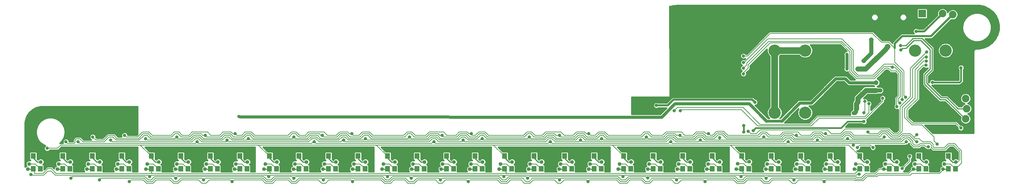
<source format=gbl>
G75*
G70*
%OFA0B0*%
%FSLAX24Y24*%
%IPPOS*%
%LPD*%
%AMOC8*
5,1,8,0,0,1.08239X$1,22.5*
%
%ADD10C,0.1200*%
%ADD11R,0.0472X0.0551*%
%ADD12C,0.0370*%
%ADD13C,0.0560*%
%ADD14R,0.0740X0.0740*%
%ADD15C,0.0740*%
%ADD16C,0.0360*%
%ADD17C,0.0200*%
%ADD18C,0.0475*%
%ADD19C,0.0160*%
%ADD20C,0.0500*%
%ADD21C,0.0320*%
%ADD22C,0.0300*%
%ADD23C,0.0400*%
%ADD24C,0.0660*%
%ADD25C,0.0080*%
%ADD26C,0.0330*%
%ADD27C,0.0100*%
%ADD28C,0.0400*%
%ADD29C,0.0396*%
%ADD30C,0.0260*%
%ADD31C,0.0531*%
D10*
X074285Y011741D03*
X077285Y011741D03*
X088085Y011741D03*
X091085Y011741D03*
X091085Y017881D03*
X088085Y017881D03*
X077285Y017881D03*
X074285Y017881D03*
D11*
X073951Y007451D03*
X074640Y007451D03*
X076851Y007451D03*
X077540Y007451D03*
X079751Y007451D03*
X080440Y007451D03*
X082651Y007451D03*
X083340Y007451D03*
X085551Y007451D03*
X086240Y007451D03*
X088451Y007451D03*
X089140Y007451D03*
X091351Y007451D03*
X092040Y007451D03*
X092040Y006191D03*
X091351Y006191D03*
X089140Y006191D03*
X088451Y006191D03*
X086240Y006191D03*
X085551Y006191D03*
X083340Y006191D03*
X082651Y006191D03*
X080440Y006191D03*
X079751Y006191D03*
X077540Y006191D03*
X076851Y006191D03*
X074640Y006191D03*
X073951Y006191D03*
X071740Y006201D03*
X071051Y006201D03*
X068840Y006191D03*
X068151Y006191D03*
X065940Y006191D03*
X065251Y006191D03*
X063040Y006191D03*
X062351Y006191D03*
X060140Y006191D03*
X059451Y006191D03*
X057240Y006191D03*
X056551Y006191D03*
X054340Y006191D03*
X053651Y006191D03*
X051340Y006191D03*
X050651Y006191D03*
X048440Y006191D03*
X047751Y006191D03*
X045540Y006191D03*
X044851Y006191D03*
X042740Y006191D03*
X042051Y006191D03*
X039840Y006191D03*
X039151Y006191D03*
X036940Y006191D03*
X036251Y006191D03*
X034040Y006191D03*
X033351Y006191D03*
X031140Y006191D03*
X030451Y006191D03*
X028240Y006191D03*
X027551Y006191D03*
X025340Y006191D03*
X024651Y006191D03*
X022440Y006191D03*
X021751Y006191D03*
X019540Y006191D03*
X018851Y006191D03*
X016640Y006191D03*
X015951Y006191D03*
X013740Y006191D03*
X013051Y006191D03*
X010840Y006191D03*
X010151Y006191D03*
X007940Y006191D03*
X007251Y006191D03*
X005040Y006191D03*
X004351Y006191D03*
X002140Y006191D03*
X001451Y006191D03*
X001451Y007451D03*
X002140Y007451D03*
X004351Y007451D03*
X005040Y007451D03*
X007251Y007451D03*
X007940Y007451D03*
X010151Y007451D03*
X010840Y007451D03*
X013051Y007451D03*
X013740Y007451D03*
X015951Y007451D03*
X016640Y007451D03*
X018851Y007451D03*
X019540Y007451D03*
X021751Y007451D03*
X022440Y007451D03*
X024651Y007451D03*
X025340Y007451D03*
X027551Y007451D03*
X028240Y007451D03*
X030451Y007451D03*
X031140Y007451D03*
X033351Y007451D03*
X034040Y007451D03*
X036251Y007451D03*
X036940Y007451D03*
X039151Y007451D03*
X039840Y007451D03*
X042051Y007451D03*
X042740Y007451D03*
X044851Y007451D03*
X045540Y007451D03*
X047751Y007451D03*
X048440Y007451D03*
X050651Y007451D03*
X051340Y007451D03*
X053651Y007451D03*
X054340Y007451D03*
X056551Y007451D03*
X057240Y007451D03*
X059451Y007451D03*
X060140Y007451D03*
X062351Y007451D03*
X063040Y007451D03*
X065251Y007451D03*
X065940Y007451D03*
X068151Y007451D03*
X068840Y007451D03*
X071051Y007461D03*
X071740Y007461D03*
D12*
X071799Y006890D03*
X070652Y006692D03*
X070519Y006170D03*
X073419Y006160D03*
X073552Y006682D03*
X074699Y006880D03*
X076452Y006682D03*
X077599Y006880D03*
X079352Y006682D03*
X080499Y006880D03*
X082252Y006682D03*
X083399Y006880D03*
X085152Y006682D03*
X086299Y006880D03*
X088052Y006682D03*
X089199Y006880D03*
X090952Y006682D03*
X092099Y006880D03*
X090819Y006160D03*
X087919Y006160D03*
X085019Y006160D03*
X082119Y006160D03*
X079219Y006160D03*
X076319Y006160D03*
X068899Y006880D03*
X067752Y006682D03*
X065999Y006880D03*
X064852Y006682D03*
X063099Y006880D03*
X061952Y006682D03*
X061819Y006160D03*
X064719Y006160D03*
X067619Y006160D03*
X060199Y006880D03*
X059052Y006682D03*
X058919Y006160D03*
X057299Y006880D03*
X056152Y006682D03*
X054399Y006880D03*
X053252Y006682D03*
X053119Y006160D03*
X050252Y006682D03*
X051399Y006880D03*
X050119Y006160D03*
X048499Y006880D03*
X047352Y006682D03*
X047219Y006160D03*
X045599Y006880D03*
X044452Y006682D03*
X042799Y006880D03*
X041652Y006682D03*
X041519Y006160D03*
X044319Y006160D03*
X039899Y006880D03*
X038752Y006682D03*
X038619Y006160D03*
X036999Y006880D03*
X035852Y006682D03*
X034099Y006880D03*
X032952Y006682D03*
X031199Y006880D03*
X030052Y006682D03*
X029919Y006160D03*
X032819Y006160D03*
X035719Y006160D03*
X028299Y006880D03*
X027152Y006682D03*
X027019Y006160D03*
X025399Y006880D03*
X024252Y006682D03*
X022499Y006880D03*
X021352Y006682D03*
X021219Y006160D03*
X018452Y006682D03*
X019599Y006880D03*
X018319Y006160D03*
X016699Y006880D03*
X015552Y006682D03*
X015419Y006160D03*
X013799Y006880D03*
X012652Y006682D03*
X010899Y006880D03*
X009752Y006682D03*
X009619Y006160D03*
X012519Y006160D03*
X007999Y006880D03*
X006852Y006682D03*
X006719Y006160D03*
X005099Y006880D03*
X003952Y006682D03*
X002199Y006880D03*
X001052Y006682D03*
X000919Y006160D03*
X003819Y006160D03*
X024119Y006160D03*
X056019Y006160D03*
D13*
X056905Y008081D03*
X054005Y008081D03*
X051005Y008081D03*
X048105Y008081D03*
X045205Y008081D03*
X042405Y008081D03*
X039505Y008081D03*
X036605Y008081D03*
X033705Y008081D03*
X030805Y008081D03*
X027905Y008081D03*
X025005Y008081D03*
X022105Y008081D03*
X019205Y008081D03*
X016305Y008081D03*
X013405Y008081D03*
X010505Y008081D03*
X007605Y008081D03*
X004705Y008081D03*
X001805Y008081D03*
X059805Y008081D03*
X062705Y008081D03*
X065605Y008081D03*
X068505Y008081D03*
X071405Y008091D03*
X074305Y008081D03*
X077205Y008081D03*
X080105Y008081D03*
X083005Y008081D03*
X085905Y008081D03*
X088805Y008081D03*
X091705Y008081D03*
D14*
X093155Y014141D03*
X088785Y021521D03*
D15*
X089785Y021421D03*
X090785Y021521D03*
X091785Y021421D03*
X093055Y013141D03*
X093155Y012141D03*
X093055Y011141D03*
D16*
X085905Y012501D03*
X086185Y015461D03*
X085305Y015821D03*
D17*
X085465Y013661D02*
X085465Y012941D01*
X085905Y012501D01*
X072825Y013181D02*
X072665Y013341D01*
X064105Y013341D01*
X063785Y013021D01*
X064345Y013021D02*
X063785Y012461D01*
X062665Y012461D01*
X064345Y013021D02*
X072105Y013021D01*
X072345Y012781D01*
X086105Y018101D02*
X086105Y018581D01*
X086825Y019301D01*
X089655Y019301D01*
X091785Y021421D01*
X090785Y021521D02*
X089005Y019781D01*
X088185Y019781D01*
D18*
X083785Y018941D03*
X083065Y016881D03*
X082465Y016061D03*
X079225Y015151D03*
X076985Y014781D03*
X080425Y014461D03*
X084265Y014701D03*
X085465Y013661D03*
D19*
X085465Y015461D01*
X085465Y015661D01*
X085305Y015821D01*
X085228Y015941D02*
X085382Y015941D01*
X085662Y015661D01*
X085828Y015661D01*
X086142Y015661D01*
X086305Y015498D01*
X086305Y013504D01*
X086182Y013381D01*
X086065Y013264D01*
X086065Y012554D01*
X086034Y012522D01*
X085985Y012405D01*
X085985Y012277D01*
X086034Y012160D01*
X086124Y012070D01*
X086241Y012021D01*
X086369Y012021D01*
X086425Y012044D01*
X086425Y010024D01*
X086262Y009861D01*
X086028Y009861D01*
X085665Y010224D01*
X085548Y010341D01*
X081308Y010341D01*
X081285Y010341D01*
X081565Y010621D01*
X082853Y010621D01*
X082884Y010590D01*
X083001Y010541D01*
X083129Y010541D01*
X083246Y010590D01*
X083336Y010680D01*
X083385Y010797D01*
X083385Y010925D01*
X083346Y011019D01*
X083425Y011098D01*
X085105Y012778D01*
X085105Y012929D01*
X085176Y013000D01*
X085225Y013117D01*
X085225Y013245D01*
X085176Y013362D01*
X085086Y013452D01*
X084969Y013501D01*
X084841Y013501D01*
X084724Y013452D01*
X084634Y013362D01*
X084585Y013245D01*
X084585Y013117D01*
X084634Y013000D01*
X084698Y012936D01*
X083745Y011984D01*
X083745Y012369D01*
X083816Y012440D01*
X083865Y012557D01*
X083865Y012685D01*
X083816Y012802D01*
X083726Y012892D01*
X083609Y012941D01*
X083481Y012941D01*
X083462Y012933D01*
X083416Y013042D01*
X083326Y013132D01*
X083209Y013181D01*
X083081Y013181D01*
X083070Y013176D01*
X083425Y013531D01*
X084297Y013531D01*
X084417Y013581D01*
X084747Y013581D01*
X084879Y013636D01*
X084980Y013737D01*
X085035Y013869D01*
X085035Y014013D01*
X084980Y014145D01*
X084879Y014246D01*
X084747Y014301D01*
X084417Y014301D01*
X084378Y014318D01*
X084490Y014364D01*
X084602Y014476D01*
X084663Y014622D01*
X084663Y014780D01*
X084602Y014926D01*
X084490Y015038D01*
X084373Y015086D01*
X085228Y015941D01*
X085070Y015783D02*
X085540Y015783D01*
X085465Y015461D02*
X086185Y015461D01*
X086305Y015466D02*
X084753Y015466D01*
X084595Y015308D02*
X086305Y015308D01*
X086305Y015149D02*
X084436Y015149D01*
X084538Y014991D02*
X086305Y014991D01*
X086305Y014832D02*
X084641Y014832D01*
X084663Y014673D02*
X086305Y014673D01*
X086305Y014515D02*
X084618Y014515D01*
X084471Y014356D02*
X086305Y014356D01*
X086305Y014198D02*
X084928Y014198D01*
X085024Y014039D02*
X086305Y014039D01*
X086305Y013881D02*
X085035Y013881D01*
X084965Y013722D02*
X086305Y013722D01*
X086305Y013564D02*
X084375Y013564D01*
X084677Y013405D02*
X083299Y013405D01*
X083140Y013247D02*
X084586Y013247D01*
X084597Y013088D02*
X083371Y013088D01*
X083637Y012929D02*
X084691Y012929D01*
X084532Y012771D02*
X083829Y012771D01*
X083865Y012612D02*
X084374Y012612D01*
X084215Y012454D02*
X083822Y012454D01*
X083745Y012295D02*
X084057Y012295D01*
X083898Y012137D02*
X083745Y012137D01*
X084147Y011820D02*
X086425Y011820D01*
X086425Y011978D02*
X084305Y011978D01*
X084464Y012137D02*
X086057Y012137D01*
X085985Y012295D02*
X084622Y012295D01*
X084781Y012454D02*
X086006Y012454D01*
X086065Y012612D02*
X084939Y012612D01*
X085098Y012771D02*
X086065Y012771D01*
X086065Y012929D02*
X085106Y012929D01*
X085213Y013088D02*
X086065Y013088D01*
X086065Y013247D02*
X085224Y013247D01*
X085134Y013405D02*
X086206Y013405D01*
X086182Y013381D02*
X086182Y013381D01*
X088298Y012771D02*
X091058Y012771D01*
X091018Y012811D02*
X092542Y011287D01*
X092525Y011247D01*
X092525Y011036D01*
X092606Y010841D01*
X092755Y010692D01*
X092950Y010611D01*
X093161Y010611D01*
X093355Y010692D01*
X093504Y010841D01*
X093585Y011036D01*
X093585Y011247D01*
X093504Y011441D01*
X093355Y011590D01*
X093283Y011620D01*
X093455Y011692D01*
X093604Y011841D01*
X093685Y012036D01*
X093685Y012247D01*
X093604Y012441D01*
X093455Y012590D01*
X093283Y012662D01*
X093355Y012692D01*
X093504Y012841D01*
X093585Y013036D01*
X093585Y013247D01*
X093825Y013247D01*
X093825Y013405D02*
X093520Y013405D01*
X093504Y013441D02*
X093355Y013590D01*
X093161Y013671D01*
X092950Y013671D01*
X092755Y013590D01*
X092606Y013441D01*
X092525Y013247D01*
X091497Y013247D01*
X091435Y013308D02*
X091312Y013431D01*
X090752Y013431D01*
X089762Y014421D01*
X089849Y014421D01*
X089966Y014470D01*
X089978Y014481D01*
X092397Y014481D01*
X092493Y014481D01*
X092581Y014518D01*
X092741Y014678D01*
X092809Y014745D01*
X092845Y014833D01*
X092845Y015969D01*
X092876Y016000D01*
X092925Y016117D01*
X092925Y016245D01*
X092876Y016362D01*
X092786Y016452D01*
X092669Y016501D01*
X092541Y016501D01*
X092424Y016452D01*
X092334Y016362D01*
X092285Y016245D01*
X092285Y016117D01*
X092334Y016000D01*
X092365Y015969D01*
X092365Y014981D01*
X092346Y014961D01*
X090018Y014961D01*
X089966Y015012D01*
X089849Y015061D01*
X089721Y015061D01*
X089604Y015012D01*
X089514Y014922D01*
X089465Y014805D01*
X089465Y014718D01*
X089435Y014748D01*
X089435Y015334D01*
X089832Y015731D01*
X089955Y015854D01*
X089955Y018014D01*
X089955Y018188D01*
X089102Y019041D01*
X089655Y019041D01*
X089706Y019041D01*
X089707Y019041D01*
X089751Y019060D01*
X089802Y019080D01*
X089802Y019081D01*
X089802Y019081D01*
X089836Y019114D01*
X091638Y020908D01*
X091680Y020891D01*
X091891Y020891D01*
X092085Y020972D01*
X092234Y021121D01*
X092315Y021316D01*
X092315Y021527D01*
X092234Y021721D01*
X092085Y021870D01*
X091891Y021951D01*
X091680Y021951D01*
X091485Y021870D01*
X091336Y021721D01*
X091306Y021649D01*
X091234Y021821D01*
X091085Y021970D01*
X090891Y022051D01*
X090680Y022051D01*
X090485Y021970D01*
X090336Y021821D01*
X090255Y021627D01*
X090255Y021416D01*
X090270Y021381D01*
X088899Y020041D01*
X088378Y020041D01*
X088366Y020052D01*
X088249Y020101D01*
X088121Y020101D01*
X088004Y020052D01*
X087914Y019962D01*
X087865Y019845D01*
X087865Y019717D01*
X087914Y019600D01*
X087953Y019561D01*
X086877Y019561D01*
X086773Y019561D01*
X086678Y019521D01*
X085958Y018801D01*
X085885Y018728D01*
X085848Y018641D01*
X085588Y018901D01*
X085422Y018901D01*
X084868Y018901D01*
X083988Y019781D01*
X083822Y019781D01*
X073782Y019781D01*
X073665Y019664D01*
X071542Y017541D01*
X071478Y017541D01*
X071406Y017612D01*
X071289Y017661D01*
X071161Y017661D01*
X071044Y017612D01*
X070954Y017522D01*
X070905Y017405D01*
X070905Y017277D01*
X070954Y017160D01*
X071044Y017070D01*
X071161Y017021D01*
X071044Y016972D01*
X070954Y016882D01*
X070905Y016765D01*
X070905Y016637D01*
X070954Y016520D01*
X071044Y016430D01*
X071065Y016421D01*
X071044Y016412D01*
X070954Y016322D01*
X070905Y016205D01*
X070905Y016077D01*
X070954Y015960D01*
X071044Y015870D01*
X071065Y015861D01*
X071044Y015852D01*
X070954Y015762D01*
X070905Y015645D01*
X070905Y015517D01*
X070954Y015400D01*
X071044Y015310D01*
X071161Y015261D01*
X071289Y015261D01*
X071406Y015310D01*
X071496Y015400D01*
X071545Y015517D01*
X071545Y015645D01*
X071529Y015683D01*
X071788Y015941D01*
X071905Y016058D01*
X071905Y016378D01*
X073525Y017998D01*
X073525Y017730D01*
X073641Y017451D01*
X073795Y017296D01*
X073795Y012326D01*
X073641Y012172D01*
X073525Y011892D01*
X073525Y011590D01*
X073641Y011311D01*
X073760Y011191D01*
X073654Y011191D01*
X072384Y012461D01*
X072409Y012461D01*
X072526Y012510D01*
X072616Y012600D01*
X072665Y012717D01*
X072665Y012845D01*
X072616Y012962D01*
X072526Y013052D01*
X072409Y013101D01*
X072393Y013101D01*
X072326Y013168D01*
X072252Y013241D01*
X072157Y013281D01*
X064397Y013281D01*
X064293Y013281D01*
X064198Y013241D01*
X063677Y012721D01*
X062858Y012721D01*
X062846Y012732D01*
X062729Y012781D01*
X062601Y012781D01*
X062484Y012732D01*
X062394Y012642D01*
X062345Y012525D01*
X062345Y012397D01*
X062394Y012280D01*
X062484Y012190D01*
X062601Y012141D01*
X062729Y012141D01*
X062846Y012190D01*
X062858Y012201D01*
X063647Y012201D01*
X063057Y011611D01*
X060265Y011614D01*
X060265Y013261D01*
X064025Y013261D01*
X064025Y013901D01*
X063990Y022223D01*
X064052Y022244D01*
X064719Y022338D01*
X065039Y022341D01*
X065061Y022341D01*
X065111Y022339D01*
X065116Y022341D01*
X094185Y022341D01*
X094427Y022327D01*
X094899Y022219D01*
X095335Y022006D01*
X095712Y021702D01*
X096010Y021320D01*
X096215Y020881D01*
X096316Y020407D01*
X096308Y019923D01*
X096191Y019453D01*
X095972Y019021D01*
X095661Y018650D01*
X095275Y018357D01*
X094832Y018160D01*
X094357Y018067D01*
X094121Y018061D01*
X094110Y018061D01*
X094059Y018063D01*
X094054Y018061D01*
X094049Y018061D01*
X094003Y018042D01*
X093955Y018024D01*
X093951Y018020D01*
X093947Y018018D01*
X093911Y017983D01*
X093873Y017947D01*
X093871Y017943D01*
X093868Y017940D01*
X093848Y017893D01*
X093827Y017846D01*
X093827Y017841D01*
X093825Y017837D01*
X093825Y017786D01*
X093824Y017735D01*
X093825Y017730D01*
X093825Y009741D01*
X089828Y009741D01*
X089068Y010501D01*
X092022Y010501D01*
X092265Y010258D01*
X092265Y010157D01*
X092314Y010040D01*
X092404Y009950D01*
X092521Y009901D01*
X092649Y009901D01*
X092766Y009950D01*
X092856Y010040D01*
X092905Y010157D01*
X092905Y010285D01*
X092856Y010402D01*
X092766Y010492D01*
X092649Y010541D01*
X092548Y010541D01*
X092188Y010901D01*
X092022Y010901D01*
X087948Y010901D01*
X087505Y011344D01*
X092485Y011344D01*
X092525Y011185D02*
X087664Y011185D01*
X087822Y011027D02*
X092529Y011027D01*
X092594Y010868D02*
X092221Y010868D01*
X092379Y010710D02*
X092737Y010710D01*
X092538Y010551D02*
X093825Y010551D01*
X093825Y010393D02*
X092860Y010393D01*
X092905Y010234D02*
X093825Y010234D01*
X093825Y010076D02*
X092871Y010076D01*
X092688Y009917D02*
X093825Y009917D01*
X093825Y009759D02*
X089811Y009759D01*
X089652Y009917D02*
X092483Y009917D01*
X092299Y010076D02*
X089493Y010076D01*
X089335Y010234D02*
X092265Y010234D01*
X092131Y010393D02*
X089176Y010393D01*
X086425Y010393D02*
X081336Y010393D01*
X081495Y010551D02*
X082977Y010551D01*
X083153Y010551D02*
X086425Y010551D01*
X086425Y010710D02*
X083349Y010710D01*
X083385Y010868D02*
X086425Y010868D01*
X086425Y011027D02*
X083354Y011027D01*
X083512Y011185D02*
X086425Y011185D01*
X086425Y011344D02*
X083671Y011344D01*
X083829Y011503D02*
X086425Y011503D01*
X086425Y011661D02*
X083988Y011661D01*
X081922Y012033D02*
X081856Y012006D01*
X081755Y011905D01*
X081700Y011773D01*
X081700Y011629D01*
X081737Y011541D01*
X078588Y011541D01*
X078422Y011541D01*
X077662Y010781D01*
X075301Y010781D01*
X076626Y012136D01*
X076525Y011892D01*
X076525Y011590D01*
X076641Y011311D01*
X076855Y011097D01*
X077134Y010981D01*
X077436Y010981D01*
X077716Y011097D01*
X077929Y011311D01*
X078045Y011590D01*
X078045Y011892D01*
X077929Y012172D01*
X077716Y012385D01*
X077702Y012391D01*
X077844Y012391D01*
X077967Y012391D01*
X078081Y012438D01*
X080434Y014791D01*
X081097Y014791D01*
X081450Y014438D01*
X081564Y014391D01*
X081687Y014391D01*
X081767Y014391D01*
X084013Y014391D01*
X084040Y014364D01*
X084072Y014351D01*
X083337Y014351D01*
X083174Y014351D01*
X083023Y014289D01*
X082233Y013499D01*
X082118Y013383D01*
X082055Y013233D01*
X082055Y012953D01*
X082030Y012926D01*
X081978Y012873D01*
X081975Y012867D01*
X081970Y012861D01*
X081944Y012791D01*
X081915Y012723D01*
X081915Y012715D01*
X081913Y012708D01*
X081915Y012634D01*
X081915Y012050D01*
X081922Y012033D01*
X081915Y012137D02*
X077944Y012137D01*
X078010Y011978D02*
X081828Y011978D01*
X081720Y011820D02*
X078045Y011820D01*
X078045Y011661D02*
X081700Y011661D01*
X081915Y012295D02*
X077806Y012295D01*
X078096Y012454D02*
X081915Y012454D01*
X081915Y012612D02*
X078255Y012612D01*
X078413Y012771D02*
X081935Y012771D01*
X082034Y012929D02*
X078572Y012929D01*
X078730Y013088D02*
X082055Y013088D01*
X082061Y013247D02*
X078889Y013247D01*
X079048Y013405D02*
X082139Y013405D01*
X082298Y013564D02*
X079206Y013564D01*
X079365Y013722D02*
X082456Y013722D01*
X082615Y013881D02*
X079523Y013881D01*
X079682Y014039D02*
X082774Y014039D01*
X082932Y014198D02*
X079840Y014198D01*
X079999Y014356D02*
X084059Y014356D01*
X081373Y014515D02*
X080157Y014515D01*
X080316Y014673D02*
X081214Y014673D01*
X081754Y015011D02*
X081488Y015277D01*
X081401Y015364D01*
X081287Y015411D01*
X080367Y015411D01*
X080244Y015411D01*
X080130Y015364D01*
X077777Y013011D01*
X076805Y013011D01*
X076803Y013012D01*
X076743Y013011D01*
X076684Y013011D01*
X076682Y013010D01*
X076680Y013010D01*
X076625Y012987D01*
X076570Y012964D01*
X076568Y012963D01*
X076567Y012962D01*
X076525Y012919D01*
X076482Y012877D01*
X076482Y012875D01*
X074835Y011191D01*
X074810Y011191D01*
X074929Y011311D01*
X075045Y011590D01*
X075045Y011892D01*
X074929Y012172D01*
X074775Y012326D01*
X074775Y017296D01*
X074870Y017391D01*
X076700Y017391D01*
X076855Y017237D01*
X077134Y017121D01*
X077436Y017121D01*
X077716Y017237D01*
X077929Y017451D01*
X078045Y017730D01*
X078045Y018032D01*
X077929Y018312D01*
X077820Y018421D01*
X080742Y018421D01*
X081342Y017821D01*
X081321Y017821D01*
X081204Y017772D01*
X081114Y017682D01*
X081065Y017565D01*
X081065Y017437D01*
X081075Y017413D01*
X081075Y016149D01*
X081065Y016125D01*
X081065Y015997D01*
X081114Y015880D01*
X081204Y015790D01*
X081321Y015741D01*
X081449Y015741D01*
X081505Y015764D01*
X081505Y015658D01*
X082145Y015018D01*
X082152Y015011D01*
X081767Y015011D01*
X081754Y015011D01*
X081616Y015149D02*
X082014Y015149D01*
X081856Y015308D02*
X081457Y015308D01*
X081697Y015466D02*
X074775Y015466D01*
X074775Y015308D02*
X080073Y015308D01*
X079915Y015149D02*
X074775Y015149D01*
X074775Y014991D02*
X079756Y014991D01*
X079598Y014832D02*
X074775Y014832D01*
X074775Y014673D02*
X079439Y014673D01*
X079281Y014515D02*
X074775Y014515D01*
X074775Y014356D02*
X079122Y014356D01*
X078964Y014198D02*
X074775Y014198D01*
X074775Y014039D02*
X078805Y014039D01*
X078646Y013881D02*
X074775Y013881D01*
X074775Y013722D02*
X078488Y013722D01*
X078329Y013564D02*
X074775Y013564D01*
X074775Y013405D02*
X078171Y013405D01*
X078012Y013247D02*
X074775Y013247D01*
X074775Y013088D02*
X077854Y013088D01*
X076535Y012929D02*
X074775Y012929D01*
X074775Y012771D02*
X076380Y012771D01*
X076225Y012612D02*
X074775Y012612D01*
X074775Y012454D02*
X076070Y012454D01*
X075915Y012295D02*
X074806Y012295D01*
X074944Y012137D02*
X075760Y012137D01*
X075605Y011978D02*
X075010Y011978D01*
X075045Y011820D02*
X075450Y011820D01*
X075295Y011661D02*
X075045Y011661D01*
X075009Y011503D02*
X075140Y011503D01*
X074985Y011344D02*
X074943Y011344D01*
X075697Y011185D02*
X076766Y011185D01*
X076627Y011344D02*
X075852Y011344D01*
X076007Y011503D02*
X076561Y011503D01*
X076525Y011661D02*
X076162Y011661D01*
X076317Y011820D02*
X076525Y011820D01*
X076561Y011978D02*
X076472Y011978D01*
X077943Y011344D02*
X078225Y011344D01*
X078067Y011185D02*
X077804Y011185D01*
X077908Y011027D02*
X077547Y011027D01*
X077750Y010868D02*
X075387Y010868D01*
X075542Y011027D02*
X077023Y011027D01*
X078009Y011503D02*
X078384Y011503D01*
X080825Y010221D02*
X081465Y010861D01*
X083065Y010861D01*
X080825Y010221D02*
X072425Y010221D01*
X072185Y009981D01*
X071265Y009821D02*
X071265Y010461D01*
X073342Y011503D02*
X073561Y011503D01*
X073525Y011661D02*
X073184Y011661D01*
X073025Y011820D02*
X073525Y011820D01*
X073561Y011978D02*
X072866Y011978D01*
X072708Y012137D02*
X073626Y012137D01*
X073765Y012295D02*
X072549Y012295D01*
X072391Y012454D02*
X073795Y012454D01*
X073795Y012612D02*
X072622Y012612D01*
X072665Y012771D02*
X073795Y012771D01*
X073795Y012929D02*
X072630Y012929D01*
X072440Y013088D02*
X073795Y013088D01*
X073795Y013247D02*
X072240Y013247D01*
X073795Y013405D02*
X064025Y013405D01*
X064025Y013564D02*
X073795Y013564D01*
X073795Y013722D02*
X064025Y013722D01*
X064025Y013881D02*
X073795Y013881D01*
X073795Y014039D02*
X064025Y014039D01*
X064024Y014198D02*
X073795Y014198D01*
X073795Y014356D02*
X064023Y014356D01*
X064023Y014515D02*
X073795Y014515D01*
X073795Y014673D02*
X064022Y014673D01*
X064021Y014832D02*
X073795Y014832D01*
X073795Y014991D02*
X064021Y014991D01*
X064020Y015149D02*
X073795Y015149D01*
X073795Y015308D02*
X071401Y015308D01*
X071524Y015466D02*
X073795Y015466D01*
X073795Y015625D02*
X071545Y015625D01*
X071630Y015783D02*
X073795Y015783D01*
X073795Y015942D02*
X071789Y015942D01*
X071905Y016100D02*
X073795Y016100D01*
X073795Y016259D02*
X071905Y016259D01*
X071944Y016417D02*
X073795Y016417D01*
X073795Y016576D02*
X072103Y016576D01*
X072261Y016734D02*
X073795Y016734D01*
X073795Y016893D02*
X072420Y016893D01*
X072578Y017052D02*
X073795Y017052D01*
X073795Y017210D02*
X072737Y017210D01*
X072896Y017369D02*
X073723Y017369D01*
X073609Y017527D02*
X073054Y017527D01*
X073213Y017686D02*
X073543Y017686D01*
X073525Y017844D02*
X073371Y017844D01*
X072163Y018161D02*
X064007Y018161D01*
X064008Y018003D02*
X072004Y018003D01*
X071846Y017844D02*
X064008Y017844D01*
X064009Y017686D02*
X071687Y017686D01*
X070959Y017527D02*
X064010Y017527D01*
X064010Y017369D02*
X070905Y017369D01*
X070933Y017210D02*
X064011Y017210D01*
X064012Y017052D02*
X071088Y017052D01*
X071161Y017021D02*
X071289Y017021D01*
X071327Y017005D01*
X071380Y017059D01*
X071289Y017021D01*
X071161Y017021D01*
X071362Y017052D02*
X071373Y017052D01*
X070965Y016893D02*
X064012Y016893D01*
X064013Y016734D02*
X070905Y016734D01*
X070931Y016576D02*
X064014Y016576D01*
X064014Y016417D02*
X071056Y016417D01*
X070928Y016259D02*
X064015Y016259D01*
X064016Y016100D02*
X070905Y016100D01*
X070972Y015942D02*
X064017Y015942D01*
X064017Y015783D02*
X070975Y015783D01*
X070905Y015625D02*
X064018Y015625D01*
X064019Y015466D02*
X070926Y015466D01*
X071049Y015308D02*
X064019Y015308D01*
X064210Y013247D02*
X060265Y013247D01*
X060265Y013088D02*
X064044Y013088D01*
X063886Y012929D02*
X060265Y012929D01*
X060265Y012771D02*
X062577Y012771D01*
X062753Y012771D02*
X063727Y012771D01*
X062381Y012612D02*
X060265Y012612D01*
X060265Y012454D02*
X062345Y012454D01*
X062387Y012295D02*
X060265Y012295D01*
X060265Y012137D02*
X063582Y012137D01*
X063424Y011978D02*
X060265Y011978D01*
X060265Y011820D02*
X063265Y011820D01*
X063107Y011661D02*
X060265Y011661D01*
X073501Y011344D02*
X073627Y011344D01*
X085655Y010234D02*
X086425Y010234D01*
X086425Y010076D02*
X085813Y010076D01*
X085972Y009917D02*
X086318Y009917D01*
X087505Y008688D02*
X087505Y008538D01*
X087622Y008421D01*
X087745Y008298D01*
X087862Y008181D01*
X088588Y008181D01*
X088705Y008298D01*
X088748Y008341D01*
X088902Y008341D01*
X089062Y008181D01*
X089126Y008181D01*
X089201Y008106D01*
X089321Y008056D01*
X089450Y008056D01*
X089569Y008106D01*
X089594Y008130D01*
X089622Y008101D01*
X089782Y007941D01*
X089948Y007941D01*
X091148Y007941D01*
X091265Y008058D01*
X091548Y008341D01*
X091782Y008341D01*
X092305Y007818D01*
X092305Y007184D01*
X092294Y007173D01*
X092168Y007225D01*
X092030Y007225D01*
X091903Y007173D01*
X091822Y007091D01*
X091747Y007166D01*
X091747Y007793D01*
X091653Y007887D01*
X091048Y007887D01*
X090955Y007793D01*
X090955Y007109D01*
X091048Y007016D01*
X091021Y007027D01*
X090883Y007027D01*
X090757Y006974D01*
X090660Y006877D01*
X090607Y006751D01*
X090607Y006613D01*
X090660Y006487D01*
X090674Y006473D01*
X090624Y006452D01*
X090527Y006355D01*
X090474Y006228D01*
X090474Y006091D01*
X090503Y006022D01*
X090422Y005941D01*
X089536Y005941D01*
X089536Y006533D01*
X089442Y006627D01*
X089433Y006627D01*
X089491Y006685D01*
X089544Y006811D01*
X089544Y006949D01*
X089491Y007076D01*
X089394Y007173D01*
X089268Y007225D01*
X089130Y007225D01*
X089003Y007173D01*
X088942Y007111D01*
X088847Y007206D01*
X088847Y007793D01*
X088753Y007887D01*
X088148Y007887D01*
X088055Y007793D01*
X088055Y007109D01*
X088148Y007016D01*
X088121Y007027D01*
X087983Y007027D01*
X087857Y006974D01*
X087760Y006877D01*
X087707Y006751D01*
X087707Y006613D01*
X087760Y006487D01*
X087774Y006473D01*
X087724Y006452D01*
X087627Y006355D01*
X087574Y006228D01*
X087574Y006133D01*
X087382Y005941D01*
X086985Y005941D01*
X087006Y005950D01*
X087096Y006040D01*
X087145Y006157D01*
X087145Y006258D01*
X087745Y006858D01*
X087745Y007024D01*
X087745Y007169D01*
X087816Y007240D01*
X087865Y007357D01*
X087865Y007485D01*
X087816Y007602D01*
X087726Y007692D01*
X087609Y007741D01*
X087481Y007741D01*
X087364Y007692D01*
X087274Y007602D01*
X087225Y007485D01*
X087225Y007357D01*
X087274Y007240D01*
X087345Y007169D01*
X087345Y007024D01*
X086862Y006541D01*
X086761Y006541D01*
X086644Y006492D01*
X086636Y006484D01*
X086636Y006533D01*
X086542Y006627D01*
X086533Y006627D01*
X086591Y006685D01*
X086644Y006811D01*
X086644Y006949D01*
X086591Y007076D01*
X086494Y007173D01*
X086368Y007225D01*
X086230Y007225D01*
X086103Y007173D01*
X086022Y007091D01*
X085947Y007166D01*
X085947Y007793D01*
X085853Y007887D01*
X085248Y007887D01*
X085155Y007793D01*
X085155Y007109D01*
X085248Y007016D01*
X085221Y007027D01*
X085083Y007027D01*
X084957Y006974D01*
X084860Y006877D01*
X084807Y006751D01*
X084807Y006613D01*
X084860Y006487D01*
X084874Y006473D01*
X084824Y006452D01*
X084731Y006360D01*
X084521Y006360D01*
X084404Y006243D01*
X084102Y005941D01*
X083736Y005941D01*
X083736Y006533D01*
X083642Y006627D01*
X083633Y006627D01*
X083691Y006685D01*
X083744Y006811D01*
X083744Y006949D01*
X083691Y007076D01*
X083594Y007173D01*
X083468Y007225D01*
X083330Y007225D01*
X083203Y007173D01*
X083122Y007091D01*
X083047Y007166D01*
X083047Y007793D01*
X082953Y007887D01*
X082498Y007887D01*
X082404Y007981D01*
X082489Y007981D01*
X082606Y008030D01*
X082696Y008120D01*
X082745Y008237D01*
X082745Y008338D01*
X082748Y008341D01*
X083622Y008341D01*
X083625Y008338D01*
X083625Y008237D01*
X083674Y008120D01*
X083764Y008030D01*
X083881Y007981D01*
X084009Y007981D01*
X084126Y008030D01*
X084216Y008120D01*
X084265Y008237D01*
X084265Y008365D01*
X084216Y008482D01*
X084198Y008501D01*
X086982Y008501D01*
X087148Y008501D01*
X087183Y008536D01*
X087290Y008536D01*
X087409Y008586D01*
X087501Y008677D01*
X087505Y008688D01*
X087505Y008649D02*
X087472Y008649D01*
X087553Y008490D02*
X084209Y008490D01*
X084265Y008332D02*
X087712Y008332D01*
X088739Y008332D02*
X088912Y008332D01*
X089134Y008173D02*
X084239Y008173D01*
X084090Y008015D02*
X089709Y008015D01*
X089140Y007746D02*
X088805Y008081D01*
X088805Y008081D01*
X085905Y008081D01*
X084505Y008061D01*
X084345Y007901D01*
X083705Y007901D01*
X083525Y008081D01*
X083005Y008081D01*
X083340Y007746D01*
X083340Y007451D01*
X083322Y007222D02*
X083047Y007222D01*
X083047Y007380D02*
X085155Y007380D01*
X085155Y007222D02*
X083475Y007222D01*
X083696Y007063D02*
X085200Y007063D01*
X084887Y006905D02*
X083744Y006905D01*
X083717Y006746D02*
X084807Y006746D01*
X084818Y006588D02*
X083681Y006588D01*
X083736Y006429D02*
X084801Y006429D01*
X084432Y006271D02*
X083736Y006271D01*
X083736Y006112D02*
X084273Y006112D01*
X084115Y005954D02*
X083736Y005954D01*
X081145Y005954D02*
X080836Y005954D01*
X080836Y005941D02*
X080836Y006533D01*
X080742Y006627D01*
X080733Y006627D01*
X080791Y006685D01*
X080844Y006811D01*
X080844Y006949D01*
X080791Y007076D01*
X080694Y007173D01*
X080568Y007225D01*
X080430Y007225D01*
X080303Y007173D01*
X080222Y007091D01*
X080147Y007166D01*
X080147Y007793D01*
X080053Y007887D01*
X079448Y007887D01*
X079355Y007793D01*
X079355Y007109D01*
X079448Y007016D01*
X079421Y007027D01*
X079283Y007027D01*
X079157Y006974D01*
X079060Y006877D01*
X079007Y006751D01*
X079007Y006613D01*
X079060Y006487D01*
X079074Y006473D01*
X079024Y006452D01*
X078927Y006355D01*
X078874Y006228D01*
X078874Y006091D01*
X078927Y005964D01*
X078950Y005941D01*
X077936Y005941D01*
X077936Y006533D01*
X077842Y006627D01*
X077833Y006627D01*
X077891Y006685D01*
X077944Y006811D01*
X077944Y006949D01*
X077891Y007076D01*
X077794Y007173D01*
X077668Y007225D01*
X077530Y007225D01*
X077403Y007173D01*
X077307Y007076D01*
X077247Y007136D01*
X077247Y007793D01*
X077153Y007887D01*
X076548Y007887D01*
X076455Y007793D01*
X076455Y007109D01*
X076548Y007016D01*
X076521Y007027D01*
X076383Y007027D01*
X076257Y006974D01*
X076160Y006877D01*
X076107Y006751D01*
X076107Y006613D01*
X076160Y006487D01*
X076174Y006473D01*
X076124Y006452D01*
X076027Y006355D01*
X075974Y006228D01*
X075974Y006091D01*
X076027Y005964D01*
X076050Y005941D01*
X075036Y005941D01*
X075036Y006533D01*
X074942Y006627D01*
X074933Y006627D01*
X074991Y006685D01*
X075044Y006811D01*
X075044Y006949D01*
X074991Y007076D01*
X074894Y007173D01*
X074768Y007225D01*
X074630Y007225D01*
X074503Y007173D01*
X074417Y007086D01*
X074347Y007156D01*
X074347Y007793D01*
X074253Y007887D01*
X073648Y007887D01*
X073555Y007793D01*
X073555Y007109D01*
X073648Y007016D01*
X073621Y007027D01*
X073483Y007027D01*
X073357Y006974D01*
X073260Y006877D01*
X073207Y006751D01*
X073207Y006613D01*
X073260Y006487D01*
X073274Y006473D01*
X073224Y006452D01*
X073127Y006355D01*
X073074Y006228D01*
X073074Y006091D01*
X073127Y005964D01*
X073150Y005941D01*
X072136Y005941D01*
X072136Y006543D01*
X072042Y006637D01*
X072033Y006637D01*
X072091Y006695D01*
X072144Y006821D01*
X072144Y006959D01*
X072091Y007086D01*
X071994Y007183D01*
X071868Y007235D01*
X071730Y007235D01*
X071603Y007183D01*
X071522Y007101D01*
X071447Y007176D01*
X071447Y007803D01*
X071353Y007897D01*
X070898Y007897D01*
X070454Y008341D01*
X081145Y008341D01*
X081145Y005941D01*
X080836Y005941D01*
X080836Y006112D02*
X081145Y006112D01*
X081145Y006271D02*
X080836Y006271D01*
X080836Y006429D02*
X081145Y006429D01*
X081145Y006588D02*
X080781Y006588D01*
X080817Y006746D02*
X081145Y006746D01*
X081145Y006905D02*
X080844Y006905D01*
X080796Y007063D02*
X081145Y007063D01*
X081145Y007222D02*
X080575Y007222D01*
X080422Y007222D02*
X080147Y007222D01*
X080147Y007380D02*
X081145Y007380D01*
X081145Y007539D02*
X080147Y007539D01*
X080147Y007698D02*
X081145Y007698D01*
X081145Y007856D02*
X080084Y007856D01*
X080105Y008081D02*
X080440Y007746D01*
X080440Y007451D01*
X079355Y007380D02*
X077247Y007380D01*
X077247Y007222D02*
X077522Y007222D01*
X077675Y007222D02*
X079355Y007222D01*
X079400Y007063D02*
X077896Y007063D01*
X077944Y006905D02*
X079087Y006905D01*
X079007Y006746D02*
X077917Y006746D01*
X077881Y006588D02*
X079018Y006588D01*
X079001Y006429D02*
X077936Y006429D01*
X077936Y006271D02*
X078892Y006271D01*
X078874Y006112D02*
X077936Y006112D01*
X077936Y005954D02*
X078938Y005954D01*
X076101Y006429D02*
X075036Y006429D01*
X075036Y006271D02*
X075992Y006271D01*
X075974Y006112D02*
X075036Y006112D01*
X075036Y005954D02*
X076038Y005954D01*
X076118Y006588D02*
X074981Y006588D01*
X075017Y006746D02*
X076107Y006746D01*
X076187Y006905D02*
X075044Y006905D01*
X074996Y007063D02*
X076500Y007063D01*
X076455Y007222D02*
X074775Y007222D01*
X074622Y007222D02*
X074347Y007222D01*
X074347Y007380D02*
X076455Y007380D01*
X076455Y007539D02*
X074347Y007539D01*
X074347Y007698D02*
X076455Y007698D01*
X076518Y007856D02*
X074284Y007856D01*
X074258Y008033D02*
X074305Y008081D01*
X077205Y008081D01*
X080105Y008081D01*
X079418Y007856D02*
X077184Y007856D01*
X077247Y007698D02*
X079355Y007698D01*
X079355Y007539D02*
X077247Y007539D01*
X077540Y007451D02*
X077540Y007746D01*
X077205Y008081D01*
X074640Y007746D02*
X074640Y007451D01*
X074640Y007746D02*
X074305Y008081D01*
X074258Y008033D02*
X071463Y008033D01*
X071740Y007756D01*
X071740Y007461D01*
X071698Y007222D02*
X071447Y007222D01*
X071447Y007380D02*
X073555Y007380D01*
X073555Y007222D02*
X071899Y007222D01*
X072101Y007063D02*
X073600Y007063D01*
X073287Y006905D02*
X072144Y006905D01*
X072113Y006746D02*
X073207Y006746D01*
X073218Y006588D02*
X072091Y006588D01*
X072136Y006429D02*
X073201Y006429D01*
X073092Y006271D02*
X072136Y006271D01*
X072136Y006112D02*
X073074Y006112D01*
X073138Y005954D02*
X072136Y005954D01*
X069785Y005954D02*
X069236Y005954D01*
X069236Y005941D02*
X069236Y006533D01*
X069142Y006627D01*
X069133Y006627D01*
X069191Y006685D01*
X069244Y006811D01*
X069244Y006949D01*
X069191Y007076D01*
X069094Y007173D01*
X068968Y007225D01*
X068830Y007225D01*
X068703Y007173D01*
X068637Y007106D01*
X068547Y007196D01*
X068547Y007793D01*
X068453Y007887D01*
X067848Y007887D01*
X067755Y007793D01*
X067755Y007109D01*
X067848Y007016D01*
X067821Y007027D01*
X067683Y007027D01*
X067557Y006974D01*
X067460Y006877D01*
X067407Y006751D01*
X067407Y006613D01*
X067460Y006487D01*
X067474Y006473D01*
X067424Y006452D01*
X067327Y006355D01*
X067274Y006228D01*
X067274Y006091D01*
X067327Y005964D01*
X067350Y005941D01*
X066336Y005941D01*
X066336Y006533D01*
X066242Y006627D01*
X066233Y006627D01*
X066291Y006685D01*
X066344Y006811D01*
X066344Y006949D01*
X066291Y007076D01*
X066194Y007173D01*
X066068Y007225D01*
X065930Y007225D01*
X065803Y007173D01*
X065707Y007076D01*
X065647Y007136D01*
X065647Y007793D01*
X065553Y007887D01*
X064948Y007887D01*
X064855Y007793D01*
X064855Y007109D01*
X064948Y007016D01*
X064921Y007027D01*
X064783Y007027D01*
X064657Y006974D01*
X064560Y006877D01*
X064507Y006751D01*
X064507Y006613D01*
X064560Y006487D01*
X064574Y006473D01*
X064524Y006452D01*
X064427Y006355D01*
X064374Y006228D01*
X064374Y006091D01*
X064427Y005964D01*
X064450Y005941D01*
X063436Y005941D01*
X063436Y006533D01*
X063342Y006627D01*
X063333Y006627D01*
X063391Y006685D01*
X063444Y006811D01*
X063444Y006949D01*
X063391Y007076D01*
X063294Y007173D01*
X063168Y007225D01*
X063030Y007225D01*
X062903Y007173D01*
X062817Y007086D01*
X062747Y007156D01*
X062747Y007793D01*
X062653Y007887D01*
X062048Y007887D01*
X061955Y007793D01*
X061955Y007109D01*
X062048Y007016D01*
X062021Y007027D01*
X061883Y007027D01*
X061757Y006974D01*
X061660Y006877D01*
X061607Y006751D01*
X061607Y006613D01*
X061660Y006487D01*
X061674Y006473D01*
X061624Y006452D01*
X061527Y006355D01*
X061474Y006228D01*
X061474Y006091D01*
X061527Y005964D01*
X061550Y005941D01*
X060536Y005941D01*
X060536Y006533D01*
X060442Y006627D01*
X060433Y006627D01*
X060491Y006685D01*
X060544Y006811D01*
X060544Y006949D01*
X060491Y007076D01*
X060394Y007173D01*
X060268Y007225D01*
X060130Y007225D01*
X060003Y007173D01*
X059927Y007096D01*
X059847Y007176D01*
X059847Y007793D01*
X059753Y007887D01*
X059298Y007887D01*
X058844Y008341D01*
X069785Y008341D01*
X069785Y005941D01*
X069236Y005941D01*
X069236Y006112D02*
X069785Y006112D01*
X069785Y006271D02*
X069236Y006271D01*
X069236Y006429D02*
X069785Y006429D01*
X069785Y006588D02*
X069181Y006588D01*
X069217Y006746D02*
X069785Y006746D01*
X069785Y006905D02*
X069244Y006905D01*
X069196Y007063D02*
X069785Y007063D01*
X069785Y007222D02*
X068975Y007222D01*
X068822Y007222D02*
X068547Y007222D01*
X068547Y007380D02*
X069785Y007380D01*
X069785Y007539D02*
X068547Y007539D01*
X068547Y007698D02*
X069785Y007698D01*
X069785Y007856D02*
X068484Y007856D01*
X068505Y008081D02*
X068840Y007746D01*
X068840Y007451D01*
X067755Y007380D02*
X065647Y007380D01*
X065647Y007222D02*
X065922Y007222D01*
X066075Y007222D02*
X067755Y007222D01*
X067800Y007063D02*
X066296Y007063D01*
X066344Y006905D02*
X067487Y006905D01*
X067407Y006746D02*
X066317Y006746D01*
X066281Y006588D02*
X067418Y006588D01*
X067401Y006429D02*
X066336Y006429D01*
X066336Y006271D02*
X067292Y006271D01*
X067274Y006112D02*
X066336Y006112D01*
X066336Y005954D02*
X067338Y005954D01*
X064501Y006429D02*
X063436Y006429D01*
X063436Y006271D02*
X064392Y006271D01*
X064374Y006112D02*
X063436Y006112D01*
X063436Y005954D02*
X064438Y005954D01*
X064518Y006588D02*
X063381Y006588D01*
X063417Y006746D02*
X064507Y006746D01*
X064587Y006905D02*
X063444Y006905D01*
X063396Y007063D02*
X064900Y007063D01*
X064855Y007222D02*
X063175Y007222D01*
X063022Y007222D02*
X062747Y007222D01*
X062747Y007380D02*
X064855Y007380D01*
X064855Y007539D02*
X062747Y007539D01*
X062747Y007698D02*
X064855Y007698D01*
X064918Y007856D02*
X062684Y007856D01*
X062705Y008081D02*
X065605Y008081D01*
X068505Y008081D01*
X067818Y007856D02*
X065584Y007856D01*
X065647Y007698D02*
X067755Y007698D01*
X067755Y007539D02*
X065647Y007539D01*
X065940Y007451D02*
X065940Y007746D01*
X065605Y008081D01*
X063040Y007746D02*
X063040Y007451D01*
X063040Y007746D02*
X062705Y008081D01*
X059805Y008081D01*
X060140Y007746D01*
X060140Y007451D01*
X060122Y007222D02*
X059847Y007222D01*
X059847Y007380D02*
X061955Y007380D01*
X061955Y007222D02*
X060275Y007222D01*
X060496Y007063D02*
X062000Y007063D01*
X061687Y006905D02*
X060544Y006905D01*
X060517Y006746D02*
X061607Y006746D01*
X061618Y006588D02*
X060481Y006588D01*
X060536Y006429D02*
X061601Y006429D01*
X061492Y006271D02*
X060536Y006271D01*
X060536Y006112D02*
X061474Y006112D01*
X061538Y005954D02*
X060536Y005954D01*
X058105Y005954D02*
X057636Y005954D01*
X057636Y005941D02*
X057636Y006533D01*
X057542Y006627D01*
X057533Y006627D01*
X057591Y006685D01*
X057644Y006811D01*
X057644Y006949D01*
X057591Y007076D01*
X057494Y007173D01*
X057368Y007225D01*
X057230Y007225D01*
X057103Y007173D01*
X057037Y007106D01*
X056947Y007196D01*
X056947Y007793D01*
X056853Y007887D01*
X056248Y007887D01*
X056155Y007793D01*
X056155Y007109D01*
X056248Y007016D01*
X056221Y007027D01*
X056083Y007027D01*
X055957Y006974D01*
X055860Y006877D01*
X055807Y006751D01*
X055807Y006613D01*
X055860Y006487D01*
X055874Y006473D01*
X055824Y006452D01*
X055727Y006355D01*
X055674Y006228D01*
X055674Y006091D01*
X055727Y005964D01*
X055750Y005941D01*
X054736Y005941D01*
X054736Y006533D01*
X054642Y006627D01*
X054633Y006627D01*
X054691Y006685D01*
X054744Y006811D01*
X054744Y006949D01*
X054691Y007076D01*
X054594Y007173D01*
X054468Y007225D01*
X054330Y007225D01*
X054203Y007173D01*
X054107Y007076D01*
X054047Y007136D01*
X054047Y007793D01*
X053953Y007887D01*
X053348Y007887D01*
X053255Y007793D01*
X053255Y007109D01*
X053348Y007016D01*
X053321Y007027D01*
X053183Y007027D01*
X053057Y006974D01*
X052960Y006877D01*
X052907Y006751D01*
X052907Y006613D01*
X052960Y006487D01*
X052974Y006473D01*
X052924Y006452D01*
X052827Y006355D01*
X052774Y006228D01*
X052774Y006091D01*
X052827Y005964D01*
X052850Y005941D01*
X051736Y005941D01*
X051736Y006533D01*
X051642Y006627D01*
X051633Y006627D01*
X051691Y006685D01*
X051744Y006811D01*
X051744Y006949D01*
X051691Y007076D01*
X051594Y007173D01*
X051468Y007225D01*
X051330Y007225D01*
X051203Y007173D01*
X051127Y007096D01*
X051047Y007176D01*
X051047Y007793D01*
X050953Y007887D01*
X050348Y007887D01*
X050255Y007793D01*
X050255Y007109D01*
X050348Y007016D01*
X050321Y007027D01*
X050183Y007027D01*
X050057Y006974D01*
X049960Y006877D01*
X049907Y006751D01*
X049907Y006613D01*
X049960Y006487D01*
X049974Y006473D01*
X049924Y006452D01*
X049827Y006355D01*
X049774Y006228D01*
X049774Y006091D01*
X049827Y005964D01*
X049850Y005941D01*
X048836Y005941D01*
X048836Y006533D01*
X048742Y006627D01*
X048733Y006627D01*
X048791Y006685D01*
X048844Y006811D01*
X048844Y006949D01*
X048791Y007076D01*
X048694Y007173D01*
X048568Y007225D01*
X048430Y007225D01*
X048303Y007173D01*
X048237Y007106D01*
X048147Y007196D01*
X048147Y007793D01*
X048053Y007887D01*
X047598Y007887D01*
X047144Y008341D01*
X058105Y008341D01*
X058105Y005941D01*
X057636Y005941D01*
X057636Y006112D02*
X058105Y006112D01*
X058105Y006271D02*
X057636Y006271D01*
X057636Y006429D02*
X058105Y006429D01*
X058105Y006588D02*
X057581Y006588D01*
X057617Y006746D02*
X058105Y006746D01*
X058105Y006905D02*
X057644Y006905D01*
X057596Y007063D02*
X058105Y007063D01*
X058105Y007222D02*
X057375Y007222D01*
X057222Y007222D02*
X056947Y007222D01*
X056947Y007380D02*
X058105Y007380D01*
X058105Y007539D02*
X056947Y007539D01*
X056947Y007698D02*
X058105Y007698D01*
X058105Y007856D02*
X056884Y007856D01*
X056905Y008081D02*
X057240Y007746D01*
X057240Y007451D01*
X056155Y007380D02*
X054047Y007380D01*
X054047Y007222D02*
X054322Y007222D01*
X054475Y007222D02*
X056155Y007222D01*
X056200Y007063D02*
X054696Y007063D01*
X054744Y006905D02*
X055887Y006905D01*
X055807Y006746D02*
X054717Y006746D01*
X054681Y006588D02*
X055818Y006588D01*
X055801Y006429D02*
X054736Y006429D01*
X054736Y006271D02*
X055692Y006271D01*
X055674Y006112D02*
X054736Y006112D01*
X054736Y005954D02*
X055738Y005954D01*
X052901Y006429D02*
X051736Y006429D01*
X051736Y006271D02*
X052792Y006271D01*
X052774Y006112D02*
X051736Y006112D01*
X051736Y005954D02*
X052838Y005954D01*
X052918Y006588D02*
X051681Y006588D01*
X051717Y006746D02*
X052907Y006746D01*
X052987Y006905D02*
X051744Y006905D01*
X051696Y007063D02*
X053300Y007063D01*
X053255Y007222D02*
X051475Y007222D01*
X051322Y007222D02*
X051047Y007222D01*
X051047Y007380D02*
X053255Y007380D01*
X053255Y007539D02*
X051047Y007539D01*
X051047Y007698D02*
X053255Y007698D01*
X053318Y007856D02*
X050984Y007856D01*
X051005Y008081D02*
X054005Y008081D01*
X056905Y008081D01*
X056218Y007856D02*
X053984Y007856D01*
X054047Y007698D02*
X056155Y007698D01*
X056155Y007539D02*
X054047Y007539D01*
X054340Y007451D02*
X054340Y007746D01*
X054005Y008081D01*
X051340Y007746D02*
X051340Y007451D01*
X051340Y007746D02*
X051005Y008081D01*
X048105Y008081D01*
X048440Y007746D01*
X048440Y007451D01*
X048422Y007222D02*
X048147Y007222D01*
X048147Y007380D02*
X050255Y007380D01*
X050255Y007222D02*
X048575Y007222D01*
X048796Y007063D02*
X050300Y007063D01*
X049987Y006905D02*
X048844Y006905D01*
X048817Y006746D02*
X049907Y006746D01*
X049918Y006588D02*
X048781Y006588D01*
X048836Y006429D02*
X049901Y006429D01*
X049792Y006271D02*
X048836Y006271D01*
X048836Y006112D02*
X049774Y006112D01*
X049838Y005954D02*
X048836Y005954D01*
X046425Y005954D02*
X045936Y005954D01*
X045936Y005941D02*
X045936Y006533D01*
X045842Y006627D01*
X045833Y006627D01*
X045891Y006685D01*
X045944Y006811D01*
X045944Y006949D01*
X045891Y007076D01*
X045794Y007173D01*
X045668Y007225D01*
X045530Y007225D01*
X045403Y007173D01*
X045307Y007076D01*
X045247Y007136D01*
X045247Y007793D01*
X045153Y007887D01*
X044548Y007887D01*
X044455Y007793D01*
X044455Y007109D01*
X044548Y007016D01*
X044521Y007027D01*
X044383Y007027D01*
X044257Y006974D01*
X044160Y006877D01*
X044107Y006751D01*
X044107Y006613D01*
X044160Y006487D01*
X044174Y006473D01*
X044124Y006452D01*
X044027Y006355D01*
X043974Y006228D01*
X043974Y006091D01*
X044027Y005964D01*
X044050Y005941D01*
X043136Y005941D01*
X043136Y006533D01*
X043042Y006627D01*
X043033Y006627D01*
X043091Y006685D01*
X043144Y006811D01*
X043144Y006949D01*
X043091Y007076D01*
X042994Y007173D01*
X042868Y007225D01*
X042730Y007225D01*
X042603Y007173D01*
X042507Y007076D01*
X042447Y007136D01*
X042447Y007793D01*
X042353Y007887D01*
X041748Y007887D01*
X041655Y007793D01*
X041655Y007109D01*
X041748Y007016D01*
X041721Y007027D01*
X041583Y007027D01*
X041457Y006974D01*
X041360Y006877D01*
X041307Y006751D01*
X041307Y006613D01*
X041360Y006487D01*
X041374Y006473D01*
X041324Y006452D01*
X041227Y006355D01*
X041174Y006228D01*
X041174Y006091D01*
X041227Y005964D01*
X041250Y005941D01*
X040236Y005941D01*
X040236Y006533D01*
X040142Y006627D01*
X040133Y006627D01*
X040191Y006685D01*
X040244Y006811D01*
X040244Y006949D01*
X040191Y007076D01*
X040094Y007173D01*
X039968Y007225D01*
X039830Y007225D01*
X039703Y007173D01*
X039617Y007086D01*
X039547Y007156D01*
X039547Y007793D01*
X039453Y007887D01*
X038848Y007887D01*
X038755Y007793D01*
X038755Y007109D01*
X038848Y007016D01*
X038821Y007027D01*
X038683Y007027D01*
X038557Y006974D01*
X038460Y006877D01*
X038407Y006751D01*
X038407Y006613D01*
X038460Y006487D01*
X038474Y006473D01*
X038424Y006452D01*
X038327Y006355D01*
X038274Y006228D01*
X038274Y006091D01*
X038327Y005964D01*
X038350Y005941D01*
X037336Y005941D01*
X037336Y006533D01*
X037242Y006627D01*
X037233Y006627D01*
X037291Y006685D01*
X037344Y006811D01*
X037344Y006949D01*
X037291Y007076D01*
X037194Y007173D01*
X037068Y007225D01*
X036930Y007225D01*
X036803Y007173D01*
X036727Y007096D01*
X036647Y007176D01*
X036647Y007793D01*
X036553Y007887D01*
X036098Y007887D01*
X035644Y008341D01*
X046425Y008341D01*
X046425Y005941D01*
X045936Y005941D01*
X045936Y006112D02*
X046425Y006112D01*
X046425Y006271D02*
X045936Y006271D01*
X045936Y006429D02*
X046425Y006429D01*
X046425Y006588D02*
X045881Y006588D01*
X045917Y006746D02*
X046425Y006746D01*
X046425Y006905D02*
X045944Y006905D01*
X045896Y007063D02*
X046425Y007063D01*
X046425Y007222D02*
X045675Y007222D01*
X045522Y007222D02*
X045247Y007222D01*
X045247Y007380D02*
X046425Y007380D01*
X046425Y007539D02*
X045247Y007539D01*
X045247Y007698D02*
X046425Y007698D01*
X046425Y007856D02*
X045184Y007856D01*
X045205Y008081D02*
X045540Y007746D01*
X045540Y007451D01*
X044455Y007380D02*
X042447Y007380D01*
X042447Y007222D02*
X042722Y007222D01*
X042875Y007222D02*
X044455Y007222D01*
X044500Y007063D02*
X043096Y007063D01*
X043144Y006905D02*
X044187Y006905D01*
X044107Y006746D02*
X043117Y006746D01*
X043081Y006588D02*
X044118Y006588D01*
X044101Y006429D02*
X043136Y006429D01*
X043136Y006271D02*
X043992Y006271D01*
X043974Y006112D02*
X043136Y006112D01*
X043136Y005954D02*
X044038Y005954D01*
X041301Y006429D02*
X040236Y006429D01*
X040236Y006271D02*
X041192Y006271D01*
X041174Y006112D02*
X040236Y006112D01*
X040236Y005954D02*
X041238Y005954D01*
X038401Y006429D02*
X037336Y006429D01*
X037336Y006271D02*
X038292Y006271D01*
X038274Y006112D02*
X037336Y006112D01*
X037336Y005954D02*
X038338Y005954D01*
X038418Y006588D02*
X037281Y006588D01*
X037317Y006746D02*
X038407Y006746D01*
X038487Y006905D02*
X037344Y006905D01*
X037296Y007063D02*
X038800Y007063D01*
X038755Y007222D02*
X037075Y007222D01*
X036922Y007222D02*
X036647Y007222D01*
X036647Y007380D02*
X038755Y007380D01*
X038755Y007539D02*
X036647Y007539D01*
X036647Y007698D02*
X038755Y007698D01*
X038818Y007856D02*
X036584Y007856D01*
X036605Y008081D02*
X036940Y007746D01*
X036940Y007451D01*
X036605Y008081D02*
X039505Y008081D01*
X042405Y008081D01*
X045205Y008081D01*
X044518Y007856D02*
X042384Y007856D01*
X042447Y007698D02*
X044455Y007698D01*
X044455Y007539D02*
X042447Y007539D01*
X042740Y007451D02*
X042740Y007746D01*
X042405Y008081D01*
X041718Y007856D02*
X039484Y007856D01*
X039547Y007698D02*
X041655Y007698D01*
X041655Y007539D02*
X039547Y007539D01*
X039547Y007380D02*
X041655Y007380D01*
X041655Y007222D02*
X039975Y007222D01*
X039822Y007222D02*
X039547Y007222D01*
X039840Y007451D02*
X039840Y007746D01*
X039505Y008081D01*
X040196Y007063D02*
X041700Y007063D01*
X041387Y006905D02*
X040244Y006905D01*
X040217Y006746D02*
X041307Y006746D01*
X041318Y006588D02*
X040181Y006588D01*
X034905Y006588D02*
X034381Y006588D01*
X034342Y006627D02*
X034333Y006627D01*
X034391Y006685D01*
X034444Y006811D01*
X034444Y006949D01*
X034391Y007076D01*
X034294Y007173D01*
X034168Y007225D01*
X034030Y007225D01*
X033903Y007173D01*
X033806Y007076D01*
X033805Y007071D01*
X033792Y007071D01*
X033747Y007116D01*
X033747Y007793D01*
X033653Y007887D01*
X033048Y007887D01*
X032955Y007793D01*
X032955Y007109D01*
X033048Y007016D01*
X033021Y007027D01*
X032883Y007027D01*
X032757Y006974D01*
X032660Y006877D01*
X032607Y006751D01*
X032607Y006613D01*
X032660Y006487D01*
X032674Y006473D01*
X032624Y006452D01*
X032527Y006355D01*
X032474Y006228D01*
X032474Y006091D01*
X032527Y005964D01*
X032550Y005941D01*
X031536Y005941D01*
X031536Y006533D01*
X031442Y006627D01*
X031433Y006627D01*
X031491Y006685D01*
X031544Y006811D01*
X031544Y006949D01*
X031491Y007076D01*
X031394Y007173D01*
X031268Y007225D01*
X031130Y007225D01*
X031003Y007173D01*
X030907Y007076D01*
X030847Y007136D01*
X030847Y007793D01*
X030753Y007887D01*
X030148Y007887D01*
X030055Y007793D01*
X030055Y007109D01*
X030148Y007016D01*
X030121Y007027D01*
X029983Y007027D01*
X029857Y006974D01*
X029760Y006877D01*
X029707Y006751D01*
X029707Y006613D01*
X029760Y006487D01*
X029774Y006473D01*
X029724Y006452D01*
X029627Y006355D01*
X029574Y006228D01*
X029574Y006091D01*
X029627Y005964D01*
X029650Y005941D01*
X028636Y005941D01*
X028636Y006533D01*
X028542Y006627D01*
X028533Y006627D01*
X028591Y006685D01*
X028644Y006811D01*
X028644Y006949D01*
X028591Y007076D01*
X028494Y007173D01*
X028368Y007225D01*
X028230Y007225D01*
X028103Y007173D01*
X028017Y007086D01*
X027947Y007156D01*
X027947Y007793D01*
X027853Y007887D01*
X027248Y007887D01*
X027155Y007793D01*
X027155Y007109D01*
X027248Y007016D01*
X027221Y007027D01*
X027083Y007027D01*
X026957Y006974D01*
X026860Y006877D01*
X026807Y006751D01*
X026807Y006613D01*
X026860Y006487D01*
X026874Y006473D01*
X026824Y006452D01*
X026727Y006355D01*
X026674Y006228D01*
X026674Y006091D01*
X026727Y005964D01*
X026750Y005941D01*
X025736Y005941D01*
X025736Y006533D01*
X025642Y006627D01*
X025633Y006627D01*
X025691Y006685D01*
X025744Y006811D01*
X025744Y006949D01*
X025691Y007076D01*
X025594Y007173D01*
X025468Y007225D01*
X025330Y007225D01*
X025203Y007173D01*
X025127Y007096D01*
X025047Y007176D01*
X025047Y007793D01*
X024953Y007887D01*
X024498Y007887D01*
X024044Y008341D01*
X034905Y008341D01*
X034905Y005941D01*
X034436Y005941D01*
X034436Y006533D01*
X034342Y006627D01*
X034417Y006746D02*
X034905Y006746D01*
X034905Y006905D02*
X034444Y006905D01*
X034396Y007063D02*
X034905Y007063D01*
X034905Y007222D02*
X034175Y007222D01*
X034022Y007222D02*
X033747Y007222D01*
X033747Y007380D02*
X034905Y007380D01*
X034905Y007539D02*
X033747Y007539D01*
X033747Y007698D02*
X034905Y007698D01*
X034905Y007856D02*
X033684Y007856D01*
X033705Y008081D02*
X034040Y007746D01*
X034040Y007451D01*
X032955Y007380D02*
X030847Y007380D01*
X030847Y007222D02*
X031122Y007222D01*
X031275Y007222D02*
X032955Y007222D01*
X033000Y007063D02*
X031496Y007063D01*
X031544Y006905D02*
X032687Y006905D01*
X032607Y006746D02*
X031517Y006746D01*
X031481Y006588D02*
X032618Y006588D01*
X032601Y006429D02*
X031536Y006429D01*
X031536Y006271D02*
X032492Y006271D01*
X032474Y006112D02*
X031536Y006112D01*
X031536Y005954D02*
X032538Y005954D01*
X034436Y005954D02*
X034905Y005954D01*
X034905Y006112D02*
X034436Y006112D01*
X034436Y006271D02*
X034905Y006271D01*
X034905Y006429D02*
X034436Y006429D01*
X030100Y007063D02*
X028596Y007063D01*
X028644Y006905D02*
X029787Y006905D01*
X029707Y006746D02*
X028617Y006746D01*
X028581Y006588D02*
X029718Y006588D01*
X029701Y006429D02*
X028636Y006429D01*
X028636Y006271D02*
X029592Y006271D01*
X029574Y006112D02*
X028636Y006112D01*
X028636Y005954D02*
X029638Y005954D01*
X026801Y006429D02*
X025736Y006429D01*
X025736Y006271D02*
X026692Y006271D01*
X026674Y006112D02*
X025736Y006112D01*
X025736Y005954D02*
X026738Y005954D01*
X026818Y006588D02*
X025681Y006588D01*
X025717Y006746D02*
X026807Y006746D01*
X026887Y006905D02*
X025744Y006905D01*
X025696Y007063D02*
X027200Y007063D01*
X027155Y007222D02*
X025475Y007222D01*
X025322Y007222D02*
X025047Y007222D01*
X025047Y007380D02*
X027155Y007380D01*
X027155Y007539D02*
X025047Y007539D01*
X025047Y007698D02*
X027155Y007698D01*
X027218Y007856D02*
X024984Y007856D01*
X025005Y008081D02*
X025340Y007746D01*
X025340Y007451D01*
X025005Y008081D02*
X027905Y008081D01*
X030805Y008081D01*
X033705Y008081D01*
X033018Y007856D02*
X030784Y007856D01*
X030847Y007698D02*
X032955Y007698D01*
X032955Y007539D02*
X030847Y007539D01*
X031140Y007451D02*
X031140Y007746D01*
X030805Y008081D01*
X030118Y007856D02*
X027884Y007856D01*
X027947Y007698D02*
X030055Y007698D01*
X030055Y007539D02*
X027947Y007539D01*
X027947Y007380D02*
X030055Y007380D01*
X030055Y007222D02*
X028375Y007222D01*
X028222Y007222D02*
X027947Y007222D01*
X028240Y007451D02*
X028240Y007746D01*
X027905Y008081D01*
X024370Y008015D02*
X034905Y008015D01*
X034905Y008173D02*
X024212Y008173D01*
X024053Y008332D02*
X034905Y008332D01*
X035653Y008332D02*
X046425Y008332D01*
X046425Y008173D02*
X035812Y008173D01*
X035970Y008015D02*
X046425Y008015D01*
X047153Y008332D02*
X058105Y008332D01*
X058105Y008173D02*
X047311Y008173D01*
X047470Y008015D02*
X058105Y008015D01*
X058853Y008332D02*
X069785Y008332D01*
X069785Y008173D02*
X059011Y008173D01*
X059170Y008015D02*
X069785Y008015D01*
X070463Y008332D02*
X081145Y008332D01*
X081145Y008173D02*
X070621Y008173D01*
X070780Y008015D02*
X081145Y008015D01*
X082570Y008015D02*
X083801Y008015D01*
X083652Y008173D02*
X082719Y008173D01*
X082745Y008332D02*
X083625Y008332D01*
X082984Y007856D02*
X085218Y007856D01*
X085155Y007698D02*
X083047Y007698D01*
X083047Y007539D02*
X085155Y007539D01*
X085947Y007539D02*
X087248Y007539D01*
X087225Y007380D02*
X085947Y007380D01*
X085947Y007222D02*
X086222Y007222D01*
X086375Y007222D02*
X087292Y007222D01*
X087345Y007063D02*
X086596Y007063D01*
X086644Y006905D02*
X087226Y006905D01*
X087068Y006746D02*
X086617Y006746D01*
X086581Y006588D02*
X086909Y006588D01*
X087158Y006271D02*
X087592Y006271D01*
X087553Y006112D02*
X087126Y006112D01*
X087010Y005954D02*
X087395Y005954D01*
X087316Y006429D02*
X087701Y006429D01*
X087718Y006588D02*
X087475Y006588D01*
X087633Y006746D02*
X087707Y006746D01*
X087745Y006905D02*
X087787Y006905D01*
X087745Y007063D02*
X088100Y007063D01*
X088055Y007222D02*
X087799Y007222D01*
X087865Y007380D02*
X088055Y007380D01*
X088055Y007539D02*
X087843Y007539D01*
X087714Y007698D02*
X088055Y007698D01*
X088118Y007856D02*
X085884Y007856D01*
X085947Y007698D02*
X087376Y007698D01*
X086240Y007746D02*
X086240Y007451D01*
X086240Y007746D02*
X085905Y008081D01*
X088784Y007856D02*
X091018Y007856D01*
X090955Y007698D02*
X088847Y007698D01*
X088847Y007539D02*
X090955Y007539D01*
X090955Y007380D02*
X088847Y007380D01*
X088847Y007222D02*
X089122Y007222D01*
X089275Y007222D02*
X090955Y007222D01*
X091000Y007063D02*
X089496Y007063D01*
X089544Y006905D02*
X090687Y006905D01*
X090607Y006746D02*
X089517Y006746D01*
X089481Y006588D02*
X090618Y006588D01*
X090601Y006429D02*
X089536Y006429D01*
X089536Y006271D02*
X090492Y006271D01*
X090474Y006112D02*
X089536Y006112D01*
X089536Y005954D02*
X090435Y005954D01*
X091747Y007222D02*
X092022Y007222D01*
X092175Y007222D02*
X092305Y007222D01*
X092305Y007380D02*
X091747Y007380D01*
X091747Y007539D02*
X092305Y007539D01*
X092305Y007698D02*
X091747Y007698D01*
X091684Y007856D02*
X092267Y007856D01*
X092109Y008015D02*
X091222Y008015D01*
X091380Y008173D02*
X091950Y008173D01*
X091792Y008332D02*
X091539Y008332D01*
X091645Y008081D02*
X091465Y007901D01*
X088985Y007901D01*
X088805Y008081D01*
X089140Y007746D02*
X089140Y007451D01*
X091645Y008081D02*
X091705Y008081D01*
X092040Y007746D01*
X092040Y007451D01*
X093373Y010710D02*
X093825Y010710D01*
X093825Y010868D02*
X093516Y010868D01*
X093582Y011027D02*
X093825Y011027D01*
X093825Y011185D02*
X093585Y011185D01*
X093545Y011344D02*
X093825Y011344D01*
X093825Y011503D02*
X093443Y011503D01*
X093381Y011661D02*
X093825Y011661D01*
X093825Y011820D02*
X093583Y011820D01*
X093661Y011978D02*
X093825Y011978D01*
X093825Y012137D02*
X093685Y012137D01*
X093665Y012295D02*
X093825Y012295D01*
X093825Y012454D02*
X093592Y012454D01*
X093402Y012612D02*
X093825Y012612D01*
X093825Y012771D02*
X093435Y012771D01*
X093541Y012929D02*
X093825Y012929D01*
X093825Y013088D02*
X093585Y013088D01*
X093585Y013247D02*
X093504Y013441D01*
X093382Y013564D02*
X093825Y013564D01*
X093825Y013722D02*
X090461Y013722D01*
X090620Y013564D02*
X092728Y013564D01*
X092591Y013405D02*
X091338Y013405D01*
X091435Y013308D02*
X092392Y012351D01*
X092669Y012351D01*
X092706Y012441D01*
X092855Y012590D01*
X092927Y012620D01*
X092755Y012692D01*
X092606Y012841D01*
X092525Y013036D01*
X092525Y013247D01*
X092525Y013088D02*
X091655Y013088D01*
X091814Y012929D02*
X092569Y012929D01*
X092676Y012771D02*
X091972Y012771D01*
X092131Y012612D02*
X092908Y012612D01*
X092718Y012454D02*
X092289Y012454D01*
X091693Y012137D02*
X087664Y012137D01*
X087822Y012295D02*
X091534Y012295D01*
X091375Y012454D02*
X087981Y012454D01*
X088139Y012612D02*
X091217Y012612D01*
X091018Y012811D02*
X090632Y012811D01*
X090458Y012811D01*
X088938Y014331D01*
X088815Y014454D01*
X088815Y015454D01*
X088815Y015628D01*
X089330Y016143D01*
X089229Y016101D01*
X089101Y016101D01*
X088984Y016150D01*
X088939Y016195D01*
X088545Y015816D01*
X088545Y013184D01*
X088545Y013018D01*
X087505Y011978D01*
X091851Y011978D01*
X092010Y011820D02*
X087505Y011820D01*
X087505Y011978D02*
X087505Y011344D01*
X087505Y011503D02*
X092327Y011503D01*
X092168Y011661D02*
X087505Y011661D01*
X088456Y012929D02*
X090340Y012929D01*
X090181Y013088D02*
X088545Y013088D01*
X088545Y013247D02*
X090023Y013247D01*
X089864Y013405D02*
X088545Y013405D01*
X088545Y013564D02*
X089706Y013564D01*
X089547Y013722D02*
X088545Y013722D01*
X088545Y013881D02*
X089389Y013881D01*
X089230Y014039D02*
X088545Y014039D01*
X088545Y014198D02*
X089071Y014198D01*
X088913Y014356D02*
X088545Y014356D01*
X088545Y014515D02*
X088815Y014515D01*
X088815Y014673D02*
X088545Y014673D01*
X088545Y014832D02*
X088815Y014832D01*
X088815Y014991D02*
X088545Y014991D01*
X088545Y015149D02*
X088815Y015149D01*
X088815Y015308D02*
X088545Y015308D01*
X088545Y015466D02*
X088815Y015466D01*
X088815Y015625D02*
X088545Y015625D01*
X088545Y015783D02*
X088970Y015783D01*
X089129Y015942D02*
X088676Y015942D01*
X088840Y016100D02*
X089287Y016100D01*
X089726Y015625D02*
X092365Y015625D01*
X092365Y015783D02*
X089884Y015783D01*
X089955Y015942D02*
X092365Y015942D01*
X092292Y016100D02*
X089955Y016100D01*
X089955Y016259D02*
X092291Y016259D01*
X092389Y016417D02*
X089955Y016417D01*
X089955Y016576D02*
X093825Y016576D01*
X093825Y016734D02*
X089955Y016734D01*
X089955Y016893D02*
X093825Y016893D01*
X093825Y017052D02*
X089955Y017052D01*
X089955Y017210D02*
X090719Y017210D01*
X090655Y017237D02*
X090934Y017121D01*
X091236Y017121D01*
X091516Y017237D01*
X091729Y017451D01*
X091845Y017730D01*
X091845Y018032D01*
X091729Y018312D01*
X091516Y018525D01*
X091236Y018641D01*
X090934Y018641D01*
X090655Y018525D01*
X090441Y018312D01*
X090325Y018032D01*
X090325Y017730D01*
X090441Y017451D01*
X090655Y017237D01*
X090523Y017369D02*
X089955Y017369D01*
X089955Y017527D02*
X090409Y017527D01*
X090343Y017686D02*
X089955Y017686D01*
X089955Y017844D02*
X090325Y017844D01*
X090325Y018003D02*
X089955Y018003D01*
X089955Y018161D02*
X090379Y018161D01*
X090449Y018320D02*
X089823Y018320D01*
X089665Y018478D02*
X090608Y018478D01*
X090924Y018637D02*
X089506Y018637D01*
X089348Y018796D02*
X093736Y018796D01*
X093613Y018829D02*
X093287Y019017D01*
X093021Y019283D01*
X092833Y019609D01*
X092735Y019973D01*
X092735Y020349D01*
X092833Y020713D01*
X093021Y021039D01*
X093287Y021305D01*
X093613Y021494D01*
X093977Y021591D01*
X094353Y021591D01*
X094717Y021494D01*
X095043Y021305D01*
X095309Y021039D01*
X095498Y020713D01*
X095595Y020349D01*
X095595Y019973D01*
X095498Y019609D01*
X095309Y019283D01*
X095043Y019017D01*
X094717Y018829D01*
X094353Y018731D01*
X093977Y018731D01*
X093613Y018829D01*
X093396Y018954D02*
X089189Y018954D01*
X089707Y019041D02*
X089707Y019041D01*
X089834Y019113D02*
X093191Y019113D01*
X093033Y019271D02*
X089994Y019271D01*
X090153Y019430D02*
X092936Y019430D01*
X092845Y019588D02*
X090312Y019588D01*
X090471Y019747D02*
X092796Y019747D01*
X092753Y019905D02*
X090631Y019905D01*
X090790Y020064D02*
X092735Y020064D01*
X092735Y020222D02*
X090949Y020222D01*
X091109Y020381D02*
X092744Y020381D01*
X092786Y020540D02*
X091268Y020540D01*
X091427Y020698D02*
X092829Y020698D01*
X092916Y020857D02*
X091587Y020857D01*
X092129Y021015D02*
X093007Y021015D01*
X093155Y021174D02*
X092256Y021174D01*
X092315Y021332D02*
X093334Y021332D01*
X093608Y021491D02*
X092315Y021491D01*
X092264Y021649D02*
X095752Y021649D01*
X095876Y021491D02*
X094722Y021491D01*
X094997Y021332D02*
X096000Y021332D01*
X096078Y021174D02*
X095175Y021174D01*
X095323Y021015D02*
X096152Y021015D01*
X096220Y020857D02*
X095415Y020857D01*
X095502Y020698D02*
X096254Y020698D01*
X096288Y020540D02*
X095544Y020540D01*
X095587Y020381D02*
X096316Y020381D01*
X096313Y020222D02*
X095595Y020222D01*
X095595Y020064D02*
X096311Y020064D01*
X096304Y019905D02*
X095577Y019905D01*
X095535Y019747D02*
X096264Y019747D01*
X096225Y019588D02*
X095486Y019588D01*
X095394Y019430D02*
X096180Y019430D01*
X096099Y019271D02*
X095298Y019271D01*
X095139Y019113D02*
X096019Y019113D01*
X095916Y018954D02*
X094935Y018954D01*
X094594Y018796D02*
X095783Y018796D01*
X095645Y018637D02*
X091246Y018637D01*
X091563Y018478D02*
X095435Y018478D01*
X095191Y018320D02*
X091721Y018320D01*
X091792Y018161D02*
X094836Y018161D01*
X093931Y018003D02*
X091845Y018003D01*
X091845Y017844D02*
X093827Y017844D01*
X093825Y017686D02*
X091827Y017686D01*
X091761Y017527D02*
X093825Y017527D01*
X093825Y017369D02*
X091648Y017369D01*
X091451Y017210D02*
X093825Y017210D01*
X093825Y016417D02*
X092821Y016417D01*
X092919Y016259D02*
X093825Y016259D01*
X093825Y016100D02*
X092918Y016100D01*
X092845Y015942D02*
X093825Y015942D01*
X093825Y015783D02*
X092845Y015783D01*
X092845Y015625D02*
X093825Y015625D01*
X093825Y015466D02*
X092845Y015466D01*
X092845Y015308D02*
X093825Y015308D01*
X093825Y015149D02*
X092845Y015149D01*
X092845Y014991D02*
X093825Y014991D01*
X093825Y014832D02*
X092845Y014832D01*
X092737Y014673D02*
X093825Y014673D01*
X093825Y014515D02*
X092574Y014515D01*
X092445Y014721D02*
X092605Y014881D01*
X092605Y016181D01*
X092365Y015466D02*
X089567Y015466D01*
X089435Y015308D02*
X092365Y015308D01*
X092365Y015149D02*
X089435Y015149D01*
X089435Y014991D02*
X089582Y014991D01*
X089476Y014832D02*
X089435Y014832D01*
X089785Y014741D02*
X089805Y014721D01*
X092445Y014721D01*
X092365Y014991D02*
X089988Y014991D01*
X089827Y014356D02*
X093825Y014356D01*
X093825Y014198D02*
X089985Y014198D01*
X090144Y014039D02*
X093825Y014039D01*
X093825Y013881D02*
X090303Y013881D01*
X086179Y015625D02*
X084912Y015625D01*
X081539Y015625D02*
X074775Y015625D01*
X074775Y015783D02*
X081220Y015783D01*
X081088Y015942D02*
X074775Y015942D01*
X074775Y016100D02*
X081065Y016100D01*
X081075Y016259D02*
X074775Y016259D01*
X074775Y016417D02*
X081075Y016417D01*
X081075Y016576D02*
X074775Y016576D01*
X074775Y016734D02*
X081075Y016734D01*
X081075Y016893D02*
X074775Y016893D01*
X074775Y017052D02*
X081075Y017052D01*
X081075Y017210D02*
X077651Y017210D01*
X077848Y017369D02*
X081075Y017369D01*
X081065Y017527D02*
X077961Y017527D01*
X078027Y017686D02*
X081117Y017686D01*
X081319Y017844D02*
X078045Y017844D01*
X078045Y018003D02*
X081161Y018003D01*
X081002Y018161D02*
X077992Y018161D01*
X077921Y018320D02*
X080844Y018320D01*
X084339Y019430D02*
X086586Y019430D01*
X086428Y019271D02*
X084498Y019271D01*
X084656Y019113D02*
X086269Y019113D01*
X086111Y018954D02*
X084815Y018954D01*
X085694Y018796D02*
X085952Y018796D01*
X084181Y019588D02*
X087925Y019588D01*
X087865Y019747D02*
X084022Y019747D01*
X084056Y020804D02*
X084199Y020804D01*
X084330Y020858D01*
X084430Y020959D01*
X084485Y021090D01*
X084485Y021232D01*
X084430Y021363D01*
X084330Y021464D01*
X084199Y021518D01*
X084056Y021518D01*
X083925Y021464D01*
X083825Y021363D01*
X083770Y021232D01*
X083770Y021090D01*
X083825Y020959D01*
X083925Y020858D01*
X084056Y020804D01*
X083929Y020857D02*
X063996Y020857D01*
X063995Y021015D02*
X083801Y021015D01*
X083770Y021174D02*
X063994Y021174D01*
X063994Y021332D02*
X083812Y021332D01*
X083990Y021491D02*
X063993Y021491D01*
X063992Y021649D02*
X088255Y021649D01*
X088255Y021491D02*
X087060Y021491D01*
X087125Y021464D02*
X086994Y021518D01*
X086852Y021518D01*
X086721Y021464D01*
X086620Y021363D01*
X086566Y021232D01*
X086566Y021090D01*
X086620Y020959D01*
X086721Y020858D01*
X086852Y020804D01*
X086994Y020804D01*
X087125Y020858D01*
X087226Y020959D01*
X087280Y021090D01*
X087280Y021232D01*
X087226Y021363D01*
X087125Y021464D01*
X087239Y021332D02*
X088255Y021332D01*
X088255Y021174D02*
X087280Y021174D01*
X087249Y021015D02*
X088325Y021015D01*
X088349Y020991D02*
X088255Y021085D01*
X088255Y021957D01*
X088349Y022051D01*
X089221Y022051D01*
X089315Y021957D01*
X089315Y021085D01*
X089221Y020991D01*
X088349Y020991D01*
X089246Y021015D02*
X089896Y021015D01*
X090058Y021174D02*
X089315Y021174D01*
X089315Y021332D02*
X090220Y021332D01*
X090255Y021491D02*
X089315Y021491D01*
X089315Y021649D02*
X090265Y021649D01*
X090330Y021808D02*
X089315Y021808D01*
X089306Y021966D02*
X090481Y021966D01*
X091089Y021966D02*
X095384Y021966D01*
X095580Y021808D02*
X092148Y021808D01*
X091422Y021808D02*
X091240Y021808D01*
X091306Y021649D02*
X091306Y021649D01*
X088255Y021808D02*
X063992Y021808D01*
X063991Y021966D02*
X088264Y021966D01*
X086786Y021491D02*
X084265Y021491D01*
X084443Y021332D02*
X086607Y021332D01*
X086566Y021174D02*
X084485Y021174D01*
X084454Y021015D02*
X086597Y021015D01*
X086725Y020857D02*
X084326Y020857D01*
X087121Y020857D02*
X089734Y020857D01*
X089571Y020698D02*
X063996Y020698D01*
X063997Y020540D02*
X089409Y020540D01*
X089247Y020381D02*
X063998Y020381D01*
X063998Y020222D02*
X089085Y020222D01*
X088923Y020064D02*
X088339Y020064D01*
X088032Y020064D02*
X063999Y020064D01*
X064000Y019905D02*
X087890Y019905D01*
X094618Y022284D02*
X064334Y022284D01*
X063990Y022125D02*
X095091Y022125D01*
X076723Y017369D02*
X074848Y017369D01*
X074775Y017210D02*
X076919Y017210D01*
X072480Y018478D02*
X064006Y018478D01*
X064006Y018320D02*
X072321Y018320D01*
X072638Y018637D02*
X064005Y018637D01*
X064004Y018796D02*
X072797Y018796D01*
X072955Y018954D02*
X064004Y018954D01*
X064003Y019113D02*
X073114Y019113D01*
X073272Y019271D02*
X064002Y019271D01*
X064002Y019430D02*
X073431Y019430D01*
X073590Y019588D02*
X064001Y019588D01*
X064000Y019747D02*
X073748Y019747D01*
X023225Y008341D02*
X023225Y005941D01*
X022836Y005941D01*
X022836Y006533D01*
X022742Y006627D01*
X022733Y006627D01*
X022791Y006685D01*
X022844Y006811D01*
X022844Y006949D01*
X022791Y007076D01*
X022694Y007173D01*
X022568Y007225D01*
X022430Y007225D01*
X022303Y007173D01*
X022237Y007106D01*
X022147Y007196D01*
X022147Y007793D01*
X022053Y007887D01*
X021448Y007887D01*
X021355Y007793D01*
X021355Y007109D01*
X021448Y007016D01*
X021421Y007027D01*
X021283Y007027D01*
X021157Y006974D01*
X021060Y006877D01*
X021007Y006751D01*
X021007Y006613D01*
X021060Y006487D01*
X021074Y006473D01*
X021024Y006452D01*
X020927Y006355D01*
X020874Y006228D01*
X020874Y006091D01*
X020927Y005964D01*
X020950Y005941D01*
X019936Y005941D01*
X019936Y006533D01*
X019842Y006627D01*
X019833Y006627D01*
X019891Y006685D01*
X019944Y006811D01*
X019944Y006949D01*
X019891Y007076D01*
X019794Y007173D01*
X019668Y007225D01*
X019530Y007225D01*
X019403Y007173D01*
X019307Y007076D01*
X019247Y007136D01*
X019247Y007793D01*
X019153Y007887D01*
X018548Y007887D01*
X018455Y007793D01*
X018455Y007109D01*
X018548Y007016D01*
X018521Y007027D01*
X018383Y007027D01*
X018257Y006974D01*
X018160Y006877D01*
X018107Y006751D01*
X018107Y006613D01*
X018160Y006487D01*
X018174Y006473D01*
X018124Y006452D01*
X018027Y006355D01*
X017974Y006228D01*
X017974Y006091D01*
X018027Y005964D01*
X018050Y005941D01*
X017036Y005941D01*
X017036Y006533D01*
X016942Y006627D01*
X016933Y006627D01*
X016991Y006685D01*
X017044Y006811D01*
X017044Y006949D01*
X016991Y007076D01*
X016894Y007173D01*
X016768Y007225D01*
X016630Y007225D01*
X016503Y007173D01*
X016417Y007086D01*
X016347Y007156D01*
X016347Y007793D01*
X016253Y007887D01*
X015648Y007887D01*
X015555Y007793D01*
X015555Y007109D01*
X015648Y007016D01*
X015621Y007027D01*
X015483Y007027D01*
X015357Y006974D01*
X015260Y006877D01*
X015207Y006751D01*
X015207Y006613D01*
X015260Y006487D01*
X015274Y006473D01*
X015224Y006452D01*
X015127Y006355D01*
X015074Y006228D01*
X015074Y006091D01*
X015127Y005964D01*
X015150Y005941D01*
X014136Y005941D01*
X014136Y006533D01*
X014042Y006627D01*
X014033Y006627D01*
X014091Y006685D01*
X014144Y006811D01*
X014144Y006949D01*
X014091Y007076D01*
X013994Y007173D01*
X013868Y007225D01*
X013730Y007225D01*
X013603Y007173D01*
X013527Y007096D01*
X013447Y007176D01*
X013447Y007793D01*
X013353Y007887D01*
X012898Y007887D01*
X012444Y008341D01*
X023225Y008341D01*
X023225Y008332D02*
X012453Y008332D01*
X012612Y008173D02*
X023225Y008173D01*
X023225Y008015D02*
X012770Y008015D01*
X013384Y007856D02*
X015618Y007856D01*
X015555Y007698D02*
X013447Y007698D01*
X013447Y007539D02*
X015555Y007539D01*
X015555Y007380D02*
X013447Y007380D01*
X013447Y007222D02*
X013722Y007222D01*
X013875Y007222D02*
X015555Y007222D01*
X015600Y007063D02*
X014096Y007063D01*
X014144Y006905D02*
X015287Y006905D01*
X015207Y006746D02*
X014117Y006746D01*
X014081Y006588D02*
X015218Y006588D01*
X015201Y006429D02*
X014136Y006429D01*
X014136Y006271D02*
X015092Y006271D01*
X015074Y006112D02*
X014136Y006112D01*
X014136Y005954D02*
X015138Y005954D01*
X017036Y005954D02*
X018038Y005954D01*
X017974Y006112D02*
X017036Y006112D01*
X017036Y006271D02*
X017992Y006271D01*
X018101Y006429D02*
X017036Y006429D01*
X016981Y006588D02*
X018118Y006588D01*
X018107Y006746D02*
X017017Y006746D01*
X017044Y006905D02*
X018187Y006905D01*
X018500Y007063D02*
X016996Y007063D01*
X016775Y007222D02*
X018455Y007222D01*
X018455Y007380D02*
X016347Y007380D01*
X016347Y007222D02*
X016622Y007222D01*
X016640Y007451D02*
X016640Y007746D01*
X016305Y008081D01*
X019205Y008081D01*
X022105Y008081D01*
X022440Y007746D01*
X022440Y007451D01*
X022422Y007222D02*
X022147Y007222D01*
X022147Y007380D02*
X023225Y007380D01*
X023225Y007222D02*
X022575Y007222D01*
X022796Y007063D02*
X023225Y007063D01*
X023225Y006905D02*
X022844Y006905D01*
X022817Y006746D02*
X023225Y006746D01*
X023225Y006588D02*
X022781Y006588D01*
X022836Y006429D02*
X023225Y006429D01*
X023225Y006271D02*
X022836Y006271D01*
X022836Y006112D02*
X023225Y006112D01*
X023225Y005954D02*
X022836Y005954D01*
X021001Y006429D02*
X019936Y006429D01*
X019936Y006271D02*
X020892Y006271D01*
X020874Y006112D02*
X019936Y006112D01*
X019936Y005954D02*
X020938Y005954D01*
X021018Y006588D02*
X019881Y006588D01*
X019917Y006746D02*
X021007Y006746D01*
X021087Y006905D02*
X019944Y006905D01*
X019896Y007063D02*
X021400Y007063D01*
X021355Y007222D02*
X019675Y007222D01*
X019522Y007222D02*
X019247Y007222D01*
X019247Y007380D02*
X021355Y007380D01*
X021355Y007539D02*
X019247Y007539D01*
X019247Y007698D02*
X021355Y007698D01*
X021418Y007856D02*
X019184Y007856D01*
X019205Y008081D02*
X019540Y007746D01*
X019540Y007451D01*
X018455Y007539D02*
X016347Y007539D01*
X016347Y007698D02*
X018455Y007698D01*
X018518Y007856D02*
X016284Y007856D01*
X016305Y008081D02*
X013405Y008081D01*
X013740Y007746D01*
X013740Y007451D01*
X011705Y007380D02*
X010547Y007380D01*
X010547Y007222D02*
X010822Y007222D01*
X010830Y007225D02*
X010703Y007173D01*
X010637Y007106D01*
X010547Y007196D01*
X010547Y007793D01*
X010453Y007887D01*
X009848Y007887D01*
X009755Y007793D01*
X009755Y007109D01*
X009848Y007016D01*
X009821Y007027D01*
X009683Y007027D01*
X009557Y006974D01*
X009460Y006877D01*
X009407Y006751D01*
X009407Y006613D01*
X009460Y006487D01*
X009474Y006473D01*
X009424Y006452D01*
X009327Y006355D01*
X009274Y006228D01*
X009274Y006091D01*
X009327Y005964D01*
X009350Y005941D01*
X008336Y005941D01*
X008336Y006533D01*
X008242Y006627D01*
X008233Y006627D01*
X008291Y006685D01*
X008344Y006811D01*
X008344Y006949D01*
X008291Y007076D01*
X008194Y007173D01*
X008068Y007225D01*
X007930Y007225D01*
X007803Y007173D01*
X007747Y007116D01*
X007647Y007216D01*
X007647Y007793D01*
X007553Y007887D01*
X006948Y007887D01*
X006855Y007793D01*
X006855Y007109D01*
X006948Y007016D01*
X006921Y007027D01*
X006783Y007027D01*
X006657Y006974D01*
X006560Y006877D01*
X006507Y006751D01*
X006507Y006613D01*
X006560Y006487D01*
X006574Y006473D01*
X006524Y006452D01*
X006427Y006355D01*
X006374Y006228D01*
X006374Y006091D01*
X006427Y005964D01*
X006450Y005941D01*
X005436Y005941D01*
X005436Y006533D01*
X005342Y006627D01*
X005333Y006627D01*
X005391Y006685D01*
X005444Y006811D01*
X005444Y006949D01*
X005391Y007076D01*
X005294Y007173D01*
X005168Y007225D01*
X005030Y007225D01*
X004903Y007173D01*
X004817Y007086D01*
X004747Y007156D01*
X004747Y007793D01*
X004653Y007887D01*
X004048Y007887D01*
X003955Y007793D01*
X003955Y007109D01*
X004048Y007016D01*
X004021Y007027D01*
X003883Y007027D01*
X003757Y006974D01*
X003660Y006877D01*
X003607Y006751D01*
X003607Y006613D01*
X003660Y006487D01*
X003674Y006473D01*
X003624Y006452D01*
X003527Y006355D01*
X003482Y006247D01*
X003308Y006421D01*
X003142Y006421D01*
X002822Y006421D01*
X002705Y006304D01*
X002536Y006135D01*
X002536Y006533D01*
X002442Y006627D01*
X002433Y006627D01*
X002491Y006685D01*
X002544Y006811D01*
X002544Y006949D01*
X002491Y007076D01*
X002394Y007173D01*
X002268Y007225D01*
X002130Y007225D01*
X002003Y007173D01*
X001927Y007096D01*
X001847Y007176D01*
X001847Y007793D01*
X001753Y007887D01*
X001148Y007887D01*
X001055Y007793D01*
X001055Y007109D01*
X001148Y007016D01*
X001121Y007027D01*
X000983Y007027D01*
X000857Y006974D01*
X000760Y006877D01*
X000707Y006751D01*
X000707Y006613D01*
X000760Y006487D01*
X000774Y006473D01*
X000724Y006452D01*
X000665Y006393D01*
X000665Y010732D01*
X000688Y010948D01*
X000819Y011367D01*
X001054Y011738D01*
X001377Y012036D01*
X001766Y012240D01*
X002194Y012336D01*
X002406Y012341D01*
X002419Y012341D01*
X002469Y012339D01*
X002475Y012341D01*
X011705Y012341D01*
X011705Y009624D01*
X011622Y009541D01*
X010750Y009541D01*
X010750Y009566D01*
X010701Y009685D01*
X010609Y009777D01*
X010490Y009826D01*
X010361Y009826D01*
X010241Y009777D01*
X010150Y009685D01*
X010100Y009566D01*
X010100Y009436D01*
X010123Y009381D01*
X009788Y009381D01*
X009468Y009701D01*
X009302Y009701D01*
X008742Y009701D01*
X008625Y009584D01*
X008262Y009221D01*
X007708Y009221D01*
X007630Y009299D01*
X007630Y009406D01*
X007581Y009525D01*
X007489Y009617D01*
X007370Y009666D01*
X007241Y009666D01*
X007121Y009617D01*
X007030Y009525D01*
X006980Y009406D01*
X006980Y009276D01*
X007030Y009157D01*
X007121Y009066D01*
X007132Y009061D01*
X006428Y009061D01*
X006108Y009381D01*
X005942Y009381D01*
X005622Y009381D01*
X005505Y009264D01*
X005345Y009104D01*
X005345Y008938D01*
X005345Y008901D01*
X004990Y008901D01*
X004990Y008926D01*
X004941Y009045D01*
X004849Y009137D01*
X004730Y009186D01*
X004601Y009186D01*
X004481Y009137D01*
X004390Y009045D01*
X004340Y008926D01*
X004340Y008796D01*
X004363Y008741D01*
X004228Y008741D01*
X004087Y008741D01*
X004289Y008943D01*
X004478Y009269D01*
X004575Y009633D01*
X004575Y010009D01*
X004478Y010373D01*
X004289Y010699D01*
X004023Y010965D01*
X003697Y011154D01*
X003333Y011251D01*
X002957Y011251D01*
X002593Y011154D01*
X002267Y010965D01*
X002001Y010699D01*
X001813Y010373D01*
X001715Y010009D01*
X001715Y009633D01*
X001813Y009269D01*
X002001Y008943D01*
X002267Y008677D01*
X002593Y008489D01*
X002625Y008480D01*
X002550Y008405D01*
X002500Y008286D01*
X002500Y008156D01*
X002550Y008037D01*
X002641Y007946D01*
X002761Y007896D01*
X002890Y007896D01*
X003009Y007946D01*
X003085Y008021D01*
X003908Y008021D01*
X004025Y008138D01*
X004228Y008341D01*
X011705Y008341D01*
X011705Y005941D01*
X011236Y005941D01*
X011236Y006533D01*
X011142Y006627D01*
X011133Y006627D01*
X011191Y006685D01*
X011244Y006811D01*
X011244Y006949D01*
X011191Y007076D01*
X011094Y007173D01*
X010968Y007225D01*
X010830Y007225D01*
X010975Y007222D02*
X011705Y007222D01*
X011705Y007063D02*
X011196Y007063D01*
X011244Y006905D02*
X011705Y006905D01*
X011705Y006746D02*
X011217Y006746D01*
X011181Y006588D02*
X011705Y006588D01*
X011705Y006429D02*
X011236Y006429D01*
X011236Y006271D02*
X011705Y006271D01*
X011705Y006112D02*
X011236Y006112D01*
X011236Y005954D02*
X011705Y005954D01*
X009401Y006429D02*
X008336Y006429D01*
X008336Y006271D02*
X009292Y006271D01*
X009274Y006112D02*
X008336Y006112D01*
X008336Y005954D02*
X009338Y005954D01*
X006501Y006429D02*
X005436Y006429D01*
X005436Y006271D02*
X006392Y006271D01*
X006374Y006112D02*
X005436Y006112D01*
X005436Y005954D02*
X006438Y005954D01*
X006518Y006588D02*
X005381Y006588D01*
X005417Y006746D02*
X006507Y006746D01*
X006587Y006905D02*
X005444Y006905D01*
X005396Y007063D02*
X006900Y007063D01*
X006855Y007222D02*
X005175Y007222D01*
X005022Y007222D02*
X004747Y007222D01*
X004747Y007380D02*
X006855Y007380D01*
X006855Y007539D02*
X004747Y007539D01*
X004747Y007698D02*
X006855Y007698D01*
X006918Y007856D02*
X004684Y007856D01*
X004705Y008081D02*
X005040Y007746D01*
X005040Y007451D01*
X003955Y007380D02*
X001847Y007380D01*
X001847Y007222D02*
X002122Y007222D01*
X002275Y007222D02*
X003955Y007222D01*
X004000Y007063D02*
X002496Y007063D01*
X002544Y006905D02*
X003687Y006905D01*
X003607Y006746D02*
X002517Y006746D01*
X002481Y006588D02*
X003618Y006588D01*
X003601Y006429D02*
X002536Y006429D01*
X002536Y006271D02*
X002672Y006271D01*
X003458Y006271D02*
X003492Y006271D01*
X001100Y007063D02*
X000665Y007063D01*
X000665Y006905D02*
X000787Y006905D01*
X000707Y006746D02*
X000665Y006746D01*
X000665Y006588D02*
X000718Y006588D01*
X000701Y006429D02*
X000665Y006429D01*
X000665Y007222D02*
X001055Y007222D01*
X001055Y007380D02*
X000665Y007380D01*
X000665Y007539D02*
X001055Y007539D01*
X001055Y007698D02*
X000665Y007698D01*
X000665Y007856D02*
X001118Y007856D01*
X000665Y008015D02*
X002572Y008015D01*
X002500Y008173D02*
X000665Y008173D01*
X000665Y008332D02*
X002519Y008332D01*
X002590Y008490D02*
X000665Y008490D01*
X000665Y008649D02*
X002316Y008649D01*
X002137Y008807D02*
X000665Y008807D01*
X000665Y008966D02*
X001988Y008966D01*
X001896Y009124D02*
X000665Y009124D01*
X000665Y009283D02*
X001809Y009283D01*
X001766Y009441D02*
X000665Y009441D01*
X000665Y009600D02*
X001724Y009600D01*
X001715Y009759D02*
X000665Y009759D01*
X000665Y009917D02*
X001715Y009917D01*
X001733Y010076D02*
X000665Y010076D01*
X000665Y010234D02*
X001775Y010234D01*
X001824Y010393D02*
X000665Y010393D01*
X000665Y010551D02*
X001916Y010551D01*
X002012Y010710D02*
X000665Y010710D01*
X000680Y010868D02*
X002170Y010868D01*
X002374Y011027D02*
X000713Y011027D01*
X000762Y011185D02*
X002712Y011185D01*
X003578Y011185D02*
X011705Y011185D01*
X011705Y011027D02*
X003917Y011027D01*
X004120Y010868D02*
X011705Y010868D01*
X011705Y010710D02*
X004279Y010710D01*
X004375Y010551D02*
X011705Y010551D01*
X011705Y010393D02*
X004466Y010393D01*
X004515Y010234D02*
X011705Y010234D01*
X011705Y010076D02*
X004557Y010076D01*
X004575Y009917D02*
X011705Y009917D01*
X011705Y009759D02*
X010627Y009759D01*
X010736Y009600D02*
X011681Y009600D01*
X010223Y009759D02*
X004575Y009759D01*
X004566Y009600D02*
X007105Y009600D01*
X006995Y009441D02*
X004524Y009441D01*
X004481Y009283D02*
X005524Y009283D01*
X005366Y009124D02*
X004861Y009124D01*
X004974Y008966D02*
X005345Y008966D01*
X004469Y009124D02*
X004394Y009124D01*
X004357Y008966D02*
X004303Y008966D01*
X004340Y008807D02*
X004154Y008807D01*
X004219Y008332D02*
X011705Y008332D01*
X011705Y008173D02*
X004060Y008173D01*
X004105Y008061D02*
X003545Y007501D01*
X002905Y007501D01*
X002325Y008081D01*
X001805Y008081D01*
X002140Y007746D01*
X002140Y007451D01*
X001847Y007539D02*
X003955Y007539D01*
X003955Y007698D02*
X001847Y007698D01*
X001784Y007856D02*
X004018Y007856D01*
X004105Y008061D02*
X004705Y008081D01*
X007605Y008081D01*
X010505Y008081D01*
X010840Y007746D01*
X010840Y007451D01*
X010547Y007539D02*
X011705Y007539D01*
X011705Y007698D02*
X010547Y007698D01*
X010484Y007856D02*
X011705Y007856D01*
X011705Y008015D02*
X003078Y008015D01*
X006365Y009124D02*
X007062Y009124D01*
X006980Y009283D02*
X006206Y009283D01*
X007506Y009600D02*
X008641Y009600D01*
X008483Y009441D02*
X007615Y009441D01*
X007646Y009283D02*
X008324Y009283D01*
X009569Y009600D02*
X010114Y009600D01*
X010100Y009441D02*
X009728Y009441D01*
X007940Y007746D02*
X007605Y008081D01*
X007584Y007856D02*
X009818Y007856D01*
X009755Y007698D02*
X007647Y007698D01*
X007647Y007539D02*
X009755Y007539D01*
X009755Y007380D02*
X007647Y007380D01*
X007647Y007222D02*
X007922Y007222D01*
X008075Y007222D02*
X009755Y007222D01*
X009800Y007063D02*
X008296Y007063D01*
X008344Y006905D02*
X009487Y006905D01*
X009407Y006746D02*
X008317Y006746D01*
X008281Y006588D02*
X009418Y006588D01*
X007940Y007451D02*
X007940Y007746D01*
X022084Y007856D02*
X023225Y007856D01*
X023225Y007698D02*
X022147Y007698D01*
X022147Y007539D02*
X023225Y007539D01*
X011705Y011344D02*
X000812Y011344D01*
X000905Y011503D02*
X011705Y011503D01*
X011705Y011661D02*
X001005Y011661D01*
X001142Y011820D02*
X011705Y011820D01*
X011705Y011978D02*
X001314Y011978D01*
X001569Y012137D02*
X011705Y012137D01*
X011705Y012295D02*
X002013Y012295D01*
X048084Y007856D02*
X050318Y007856D01*
X050255Y007698D02*
X048147Y007698D01*
X048147Y007539D02*
X050255Y007539D01*
X059784Y007856D02*
X062018Y007856D01*
X061955Y007698D02*
X059847Y007698D01*
X059847Y007539D02*
X061955Y007539D01*
X071394Y007856D02*
X073618Y007856D01*
X073555Y007698D02*
X071447Y007698D01*
X071447Y007539D02*
X073555Y007539D01*
X071463Y008033D02*
X071405Y008091D01*
D20*
X088085Y011741D02*
X091085Y011741D01*
X083255Y013941D02*
X082465Y013151D01*
X082465Y012791D01*
X082325Y012641D01*
X082325Y012131D01*
X083255Y013941D02*
X084215Y013941D01*
X083225Y016061D02*
X082465Y016061D01*
X083225Y016061D02*
X085145Y017981D01*
X085405Y018251D01*
D21*
X086665Y018381D03*
X086705Y017941D03*
X089225Y017741D03*
X089185Y017241D03*
X089185Y016821D03*
X089165Y016421D03*
X085865Y016221D03*
X081385Y016061D03*
X081385Y017501D03*
X088185Y019781D03*
X092605Y016181D03*
X089785Y014741D03*
X087145Y013261D03*
X086825Y013021D03*
X086585Y012701D03*
X086305Y012341D03*
X084905Y013181D03*
X083145Y012861D03*
X083545Y012621D03*
X081785Y013101D03*
X083065Y011741D03*
X083065Y010861D03*
X083465Y009821D03*
X088265Y009581D03*
X090265Y008621D03*
X087545Y007421D03*
X083945Y008301D03*
X082425Y008301D03*
X082025Y008541D03*
X092585Y010221D03*
X086825Y006221D03*
X071265Y009821D03*
X071705Y009901D03*
X072185Y009981D03*
X071265Y010461D03*
X065025Y011941D03*
X064425Y011941D03*
X062665Y012461D03*
X063785Y013021D03*
X072345Y012781D03*
X072825Y012781D03*
X072825Y013181D03*
X072665Y012381D03*
X071225Y015581D03*
X071225Y016141D03*
X071225Y016701D03*
X071225Y017341D03*
X021665Y011381D03*
D22*
X021745Y011341D02*
X063185Y011301D01*
X064505Y012621D01*
X071785Y012621D01*
X073505Y010901D01*
X074985Y010901D02*
X076745Y012701D01*
X077905Y012701D01*
X080305Y015101D01*
X081225Y015101D01*
X081625Y014701D01*
X081705Y014701D01*
X084265Y014701D01*
X081785Y013101D02*
X080425Y014461D01*
X081385Y016061D02*
X081385Y017501D01*
X092025Y017581D02*
X092025Y019661D01*
X092405Y020041D01*
X092405Y021791D01*
X092025Y022171D01*
X090535Y022171D01*
X089785Y021421D01*
X092025Y017581D02*
X093305Y016301D01*
X093305Y014381D01*
X093325Y014321D01*
X093155Y014141D01*
D23*
X084675Y013941D02*
X084215Y013941D01*
X079225Y015151D02*
X079145Y014781D01*
X076985Y014781D01*
X083065Y016881D02*
X083785Y017601D01*
X083785Y018941D01*
X082325Y012131D02*
X082330Y012126D01*
X082325Y012131D02*
X082325Y012121D01*
X082325Y012131D02*
X082300Y012106D01*
X082300Y011821D01*
X082180Y011701D01*
X082060Y011701D01*
D24*
X074285Y011741D02*
X074285Y017881D01*
X077285Y017881D01*
D25*
X012585Y004781D02*
X012265Y005101D01*
X011065Y005101D01*
X010905Y004941D01*
X012345Y005261D02*
X012665Y004941D01*
X013145Y004941D01*
X013465Y005261D01*
X014985Y005261D01*
X015305Y004941D01*
X015625Y004941D01*
X015945Y005261D01*
X018025Y005261D01*
X018185Y005101D01*
X018345Y005261D01*
X024025Y005261D01*
X024345Y004941D01*
X024905Y004941D01*
X025225Y005261D01*
X026585Y005261D01*
X026905Y004941D01*
X027225Y004941D01*
X027545Y005261D01*
X029785Y005261D01*
X029945Y005101D01*
X030105Y005261D01*
X035705Y005261D01*
X036025Y004941D01*
X036505Y004941D01*
X036825Y005261D01*
X038025Y005261D01*
X038345Y004941D01*
X038825Y004941D01*
X039145Y005261D01*
X041305Y005261D01*
X041465Y005101D01*
X041625Y005261D01*
X047145Y005261D01*
X047465Y004941D01*
X047945Y004941D01*
X048265Y005261D01*
X049545Y005261D01*
X049865Y004941D01*
X050185Y004941D01*
X050505Y005261D01*
X052985Y005261D01*
X053145Y005101D01*
X053305Y005261D01*
X058825Y005261D01*
X059145Y004941D01*
X059705Y004941D01*
X060025Y005261D01*
X061305Y005261D01*
X061625Y004941D01*
X061945Y004941D01*
X062265Y005261D01*
X064505Y005261D01*
X064665Y005101D01*
X064825Y005261D01*
X070345Y005261D01*
X070665Y004941D01*
X071225Y004941D01*
X071545Y005261D01*
X072985Y005261D01*
X073305Y004941D01*
X073705Y004941D01*
X074025Y005261D01*
X076025Y005261D01*
X076185Y005101D01*
X076345Y005261D01*
X082185Y005261D01*
X082265Y005181D01*
X082905Y005181D01*
X083305Y005581D01*
X084265Y005581D01*
X084425Y005741D01*
X087465Y005741D01*
X087884Y006160D01*
X087919Y006160D01*
X087545Y006941D02*
X086825Y006221D01*
X086240Y006191D02*
X085749Y006682D01*
X085152Y006682D01*
X085019Y006160D02*
X084604Y006160D01*
X084185Y005741D01*
X083225Y005741D01*
X082825Y005341D01*
X082345Y005341D01*
X082265Y005421D01*
X073625Y005421D01*
X073465Y005261D01*
X073305Y005421D01*
X071465Y005421D01*
X071145Y005101D01*
X070745Y005101D01*
X070425Y005421D01*
X061945Y005421D01*
X061819Y005295D01*
X061785Y005261D01*
X061625Y005421D01*
X059945Y005421D01*
X059625Y005101D01*
X059225Y005101D01*
X058905Y005421D01*
X050185Y005421D01*
X050025Y005261D01*
X049865Y005421D01*
X048185Y005421D01*
X047865Y005101D01*
X047545Y005101D01*
X047225Y005421D01*
X038745Y005421D01*
X038585Y005261D01*
X038425Y005421D01*
X036745Y005421D01*
X036425Y005101D01*
X036105Y005101D01*
X035785Y005421D01*
X027225Y005421D01*
X027065Y005261D01*
X026905Y005421D01*
X025145Y005421D01*
X024825Y005101D01*
X024425Y005101D01*
X024105Y005421D01*
X015625Y005421D01*
X015465Y005261D01*
X015305Y005421D01*
X013385Y005421D01*
X013065Y005101D01*
X012745Y005101D01*
X012425Y005421D01*
X005305Y005421D01*
X005145Y005261D01*
X003705Y005741D02*
X013145Y005741D01*
X013065Y005821D01*
X013065Y006177D01*
X013051Y006191D01*
X013249Y006682D02*
X013740Y006191D01*
X013249Y006682D02*
X012652Y006682D01*
X010840Y006191D02*
X010349Y006682D01*
X009752Y006682D01*
X007940Y006191D02*
X007449Y006682D01*
X006852Y006682D01*
X005040Y006191D02*
X004549Y006682D01*
X003952Y006682D01*
X003225Y006221D02*
X002905Y006221D01*
X002425Y005741D01*
X001625Y005741D01*
X001545Y005821D01*
X001545Y006097D01*
X001451Y006191D01*
X001649Y006682D02*
X002140Y006191D01*
X002505Y005581D02*
X002905Y005981D01*
X003225Y005981D01*
X003625Y005581D01*
X012745Y005581D01*
X012905Y005421D01*
X013065Y005581D01*
X024425Y005581D01*
X024585Y005421D01*
X024745Y005581D01*
X036105Y005581D01*
X036265Y005421D01*
X036425Y005581D01*
X047545Y005581D01*
X047705Y005421D01*
X047865Y005581D01*
X059225Y005581D01*
X059385Y005421D01*
X059545Y005581D01*
X070825Y005581D01*
X070985Y005421D01*
X071145Y005581D01*
X082345Y005581D01*
X082425Y005661D01*
X082585Y005661D01*
X082201Y005741D02*
X071305Y005741D01*
X059705Y005741D01*
X048025Y005741D01*
X036585Y005741D01*
X024825Y005741D01*
X013145Y005741D01*
X013545Y005101D02*
X014905Y005101D01*
X015225Y004781D01*
X015705Y004781D01*
X016025Y005101D01*
X017705Y005101D01*
X018025Y004781D01*
X018425Y004781D01*
X018745Y005101D01*
X020825Y005101D01*
X020985Y004941D01*
X021145Y005101D01*
X023945Y005101D01*
X024265Y004781D01*
X024985Y004781D01*
X025305Y005101D01*
X026505Y005101D01*
X026825Y004781D01*
X027305Y004781D01*
X027625Y005101D01*
X029465Y005101D01*
X029785Y004781D01*
X030185Y004781D01*
X030505Y005101D01*
X032665Y005101D01*
X032825Y004941D01*
X032985Y005101D01*
X035625Y005101D01*
X035945Y004781D01*
X036585Y004781D01*
X036905Y005101D01*
X037945Y005101D01*
X038265Y004781D01*
X038905Y004781D01*
X039225Y005101D01*
X040985Y005101D01*
X041305Y004781D01*
X041625Y004781D01*
X041945Y005101D01*
X044025Y005101D01*
X044185Y004941D01*
X044345Y005101D01*
X047065Y005101D01*
X047385Y004781D01*
X048025Y004781D01*
X048345Y005101D01*
X049385Y005101D01*
X049705Y004781D01*
X050265Y004781D01*
X050585Y005101D01*
X052665Y005101D01*
X052985Y004781D01*
X053305Y004781D01*
X053625Y005101D01*
X055785Y005101D01*
X055945Y004941D01*
X056105Y005101D01*
X058745Y005101D01*
X059065Y004781D01*
X059785Y004781D01*
X060105Y005101D01*
X061225Y005101D01*
X061545Y004781D01*
X062025Y004781D01*
X062345Y005101D01*
X064185Y005101D01*
X064505Y004781D01*
X064825Y004781D01*
X065145Y005101D01*
X067305Y005101D01*
X067465Y004941D01*
X067625Y005101D01*
X070265Y005101D01*
X070585Y004781D01*
X071305Y004781D01*
X071625Y005101D01*
X072905Y005101D01*
X073225Y004781D01*
X073785Y004781D01*
X074105Y005101D01*
X075705Y005101D01*
X076025Y004781D01*
X076345Y004781D01*
X076665Y005101D01*
X078985Y005101D01*
X079145Y004941D01*
X079305Y005101D01*
X082105Y005101D01*
X082185Y005021D01*
X082985Y005021D01*
X083385Y005421D01*
X084345Y005421D01*
X084505Y005581D01*
X087625Y005581D01*
X087785Y005741D01*
X090505Y005741D01*
X090819Y006055D01*
X090819Y006160D01*
X091549Y006682D02*
X092040Y006191D01*
X092075Y006191D01*
X092665Y006781D01*
X092665Y007981D01*
X091945Y008701D01*
X091385Y008701D01*
X090985Y008301D01*
X089945Y008301D01*
X089865Y008381D01*
X089865Y008621D01*
X089625Y008861D01*
X088825Y008861D01*
X088505Y009181D01*
X088105Y009181D01*
X087945Y009341D01*
X088025Y009341D01*
X088265Y009581D01*
X087945Y009341D02*
X087625Y009661D01*
X086825Y009661D01*
X086505Y009341D01*
X085785Y009341D01*
X085305Y009821D01*
X084825Y009821D01*
X084505Y009501D01*
X082105Y009501D01*
X081785Y009821D01*
X081145Y009821D01*
X080825Y009501D01*
X079465Y009501D01*
X079305Y009661D01*
X079065Y009661D01*
X078905Y009821D01*
X078105Y009821D01*
X077785Y009501D01*
X076905Y009501D01*
X076585Y009821D01*
X075145Y009821D01*
X074825Y009501D01*
X073785Y009501D01*
X073465Y009821D01*
X072985Y009821D01*
X072665Y009501D01*
X069705Y009501D01*
X069305Y009901D01*
X068585Y009901D01*
X068185Y009501D01*
X067945Y009501D01*
X067785Y009661D01*
X067545Y009661D01*
X067385Y009821D01*
X066585Y009821D01*
X066265Y009501D01*
X065465Y009501D01*
X065145Y009821D01*
X063625Y009821D01*
X063305Y009501D01*
X062265Y009501D01*
X061945Y009821D01*
X061465Y009821D01*
X061145Y009501D01*
X057945Y009501D01*
X057625Y009821D01*
X056985Y009821D01*
X056665Y009501D01*
X056185Y009501D01*
X056025Y009661D01*
X055785Y009661D01*
X055625Y009821D01*
X054825Y009821D01*
X054505Y009501D01*
X053625Y009501D01*
X053305Y009821D01*
X051785Y009821D01*
X051465Y009501D01*
X050745Y009501D01*
X050425Y009821D01*
X049945Y009821D01*
X049625Y009501D01*
X046185Y009501D01*
X045865Y009821D01*
X045225Y009821D01*
X044905Y009501D01*
X044585Y009501D01*
X044425Y009661D01*
X044265Y009661D01*
X044105Y009821D01*
X043305Y009821D01*
X042985Y009501D01*
X042105Y009501D01*
X041785Y009821D01*
X040345Y009821D01*
X040025Y009501D01*
X038985Y009501D01*
X038665Y009821D01*
X038185Y009821D01*
X037865Y009501D01*
X034825Y009501D01*
X034505Y009821D01*
X033785Y009821D01*
X033465Y009501D01*
X032905Y009501D01*
X032745Y009661D01*
X032505Y009661D01*
X032345Y009821D01*
X031545Y009821D01*
X031225Y009501D01*
X030345Y009501D01*
X030025Y009821D01*
X028505Y009821D01*
X028185Y009501D01*
X027625Y009501D01*
X027305Y009821D01*
X026825Y009821D01*
X026505Y009501D01*
X023225Y009501D01*
X022905Y009821D01*
X022265Y009821D01*
X021945Y009501D01*
X021465Y009501D01*
X021305Y009661D01*
X021065Y009661D01*
X020905Y009821D01*
X020105Y009821D01*
X019785Y009501D01*
X018905Y009501D01*
X018585Y009821D01*
X017065Y009821D01*
X016745Y009501D01*
X016105Y009501D01*
X015785Y009821D01*
X015305Y009821D01*
X014985Y009501D01*
X013145Y009501D01*
X012825Y009821D01*
X012185Y009821D01*
X011705Y009341D01*
X010585Y009341D01*
X010425Y009501D01*
X009705Y009181D02*
X011785Y009181D01*
X012265Y009661D01*
X012745Y009661D01*
X013065Y009341D01*
X015065Y009341D01*
X015385Y009661D01*
X015705Y009661D01*
X016025Y009341D01*
X016825Y009341D01*
X017145Y009661D01*
X017945Y009661D01*
X018105Y009501D01*
X018345Y009501D01*
X018505Y009341D01*
X019865Y009341D01*
X020185Y009661D01*
X020825Y009661D01*
X021145Y009341D01*
X022025Y009341D01*
X022345Y009661D01*
X022825Y009661D01*
X023145Y009341D01*
X026585Y009341D01*
X026905Y009661D01*
X027225Y009661D01*
X027545Y009341D01*
X028265Y009341D01*
X028585Y009661D01*
X029545Y009661D01*
X029705Y009501D01*
X029865Y009501D01*
X030025Y009341D01*
X031305Y009341D01*
X031625Y009661D01*
X032265Y009661D01*
X032585Y009341D01*
X033545Y009341D01*
X033865Y009661D01*
X034425Y009661D01*
X034745Y009341D01*
X037945Y009341D01*
X038265Y009661D01*
X038585Y009661D01*
X038905Y009341D01*
X040105Y009341D01*
X040425Y009661D01*
X041225Y009661D01*
X041385Y009501D01*
X041625Y009501D01*
X041785Y009341D01*
X043065Y009341D01*
X043385Y009661D01*
X044025Y009661D01*
X044345Y009341D01*
X044985Y009341D01*
X045305Y009661D01*
X045785Y009661D01*
X046105Y009341D01*
X049705Y009341D01*
X050025Y009661D01*
X050345Y009661D01*
X050665Y009341D01*
X051545Y009341D01*
X051865Y009661D01*
X052665Y009661D01*
X052825Y009501D01*
X053145Y009501D01*
X053305Y009341D01*
X054585Y009341D01*
X054905Y009661D01*
X055545Y009661D01*
X055865Y009341D01*
X056745Y009341D01*
X057065Y009661D01*
X057545Y009661D01*
X057865Y009341D01*
X061225Y009341D01*
X061545Y009661D01*
X061865Y009661D01*
X062185Y009341D01*
X063385Y009341D01*
X063705Y009661D01*
X064505Y009661D01*
X064665Y009501D01*
X064985Y009501D01*
X065145Y009341D01*
X066345Y009341D01*
X066665Y009661D01*
X067305Y009661D01*
X067625Y009341D01*
X068265Y009341D01*
X068665Y009741D01*
X069225Y009741D01*
X069625Y009341D01*
X072745Y009341D01*
X073065Y009661D01*
X073385Y009661D01*
X073705Y009341D01*
X074905Y009341D01*
X075225Y009661D01*
X076025Y009661D01*
X076185Y009501D01*
X076345Y009501D01*
X076505Y009341D01*
X077865Y009341D01*
X078185Y009661D01*
X078825Y009661D01*
X079145Y009341D01*
X080905Y009341D01*
X081225Y009661D01*
X081705Y009661D01*
X082025Y009341D01*
X084585Y009341D01*
X084905Y009661D01*
X085225Y009661D01*
X085705Y009181D01*
X086585Y009181D01*
X086905Y009501D01*
X087545Y009501D01*
X088185Y008861D01*
X088265Y008861D01*
X088425Y008541D02*
X088025Y008541D01*
X087865Y008701D01*
X087865Y008941D01*
X087465Y009341D01*
X086985Y009341D01*
X086665Y009021D01*
X081625Y009021D01*
X081465Y009181D01*
X081305Y009021D01*
X078985Y009021D01*
X078665Y009341D01*
X078345Y009341D01*
X078025Y009021D01*
X076185Y009021D01*
X075865Y009341D01*
X075385Y009341D01*
X075065Y009021D01*
X068905Y009021D01*
X068905Y009261D01*
X068905Y009021D02*
X067465Y009021D01*
X067145Y009341D01*
X066825Y009341D01*
X066505Y009021D01*
X064665Y009021D01*
X064345Y009341D01*
X063865Y009341D01*
X063545Y009021D01*
X057465Y009021D01*
X057305Y009181D01*
X057145Y009021D01*
X055705Y009021D01*
X055385Y009341D01*
X055065Y009341D01*
X054745Y009021D01*
X052825Y009021D01*
X052505Y009341D01*
X052025Y009341D01*
X051705Y009021D01*
X045705Y009021D01*
X045545Y009181D01*
X045385Y009021D01*
X044185Y009021D01*
X043865Y009341D01*
X043545Y009341D01*
X043225Y009021D01*
X041385Y009021D01*
X041065Y009341D01*
X040585Y009341D01*
X040265Y009021D01*
X034265Y009021D01*
X034105Y009181D01*
X033945Y009021D01*
X032425Y009021D01*
X032105Y009341D01*
X031785Y009341D01*
X031465Y009021D01*
X029625Y009021D01*
X029305Y009341D01*
X028745Y009341D01*
X028425Y009021D01*
X022745Y009021D01*
X022585Y009181D01*
X022425Y009021D01*
X020985Y009021D01*
X020665Y009341D01*
X020345Y009341D01*
X020025Y009021D01*
X018105Y009021D01*
X017785Y009341D01*
X017305Y009341D01*
X016985Y009021D01*
X012665Y009021D01*
X012505Y009181D01*
X012345Y009501D02*
X011865Y009021D01*
X009625Y009021D01*
X009305Y009341D01*
X008905Y009341D01*
X008425Y008861D01*
X006345Y008861D01*
X006025Y009181D01*
X005705Y009181D01*
X005545Y009021D01*
X005545Y008781D01*
X005465Y008701D01*
X004825Y008701D01*
X004665Y008861D01*
X004145Y008541D02*
X003825Y008221D01*
X002825Y008221D01*
X004145Y008541D02*
X011961Y008541D01*
X023561Y008541D01*
X035161Y008541D01*
X046661Y008541D01*
X058361Y008541D01*
X069971Y008541D01*
X081561Y008541D01*
X082651Y007451D01*
X082425Y008301D02*
X082665Y008541D01*
X083705Y008541D01*
X083945Y008301D01*
X082025Y008541D02*
X082025Y008701D01*
X075785Y008701D01*
X075625Y008861D01*
X075465Y008701D01*
X064265Y008701D01*
X064105Y008861D01*
X064025Y008861D01*
X063865Y008701D01*
X052425Y008701D01*
X052265Y008861D01*
X052185Y008861D01*
X052025Y008701D01*
X040985Y008701D01*
X040825Y008861D01*
X040745Y008861D01*
X040585Y008701D01*
X029225Y008701D01*
X029065Y008861D01*
X028985Y008861D01*
X028825Y008701D01*
X017705Y008701D01*
X017545Y008861D01*
X017385Y008701D01*
X006025Y008701D01*
X005865Y008861D01*
X007305Y009341D02*
X007625Y009021D01*
X008345Y009021D01*
X008825Y009501D01*
X009385Y009501D01*
X009705Y009181D01*
X009225Y008861D02*
X009065Y009021D01*
X009225Y008861D02*
X017065Y008861D01*
X017385Y009181D01*
X017705Y009181D01*
X018025Y008861D01*
X020425Y008861D01*
X020505Y008941D01*
X020505Y009021D01*
X020665Y008861D01*
X028505Y008861D01*
X028825Y009181D01*
X029225Y009181D01*
X029545Y008861D01*
X031705Y008861D01*
X031865Y009021D01*
X031945Y009021D01*
X032105Y008861D01*
X040345Y008861D01*
X040665Y009181D01*
X040985Y009181D01*
X041305Y008861D01*
X043545Y008861D01*
X043705Y009021D01*
X043865Y008861D01*
X051785Y008861D01*
X052105Y009181D01*
X052425Y009181D01*
X052745Y008861D01*
X055065Y008861D01*
X055225Y009021D01*
X055385Y008861D01*
X063625Y008861D01*
X063945Y009181D01*
X064265Y009181D01*
X064585Y008861D01*
X066825Y008861D01*
X066985Y009021D01*
X067145Y008861D01*
X075145Y008861D01*
X075465Y009181D01*
X075785Y009181D01*
X076105Y008861D01*
X078345Y008861D01*
X078505Y009021D01*
X078665Y008861D01*
X086745Y008861D01*
X087065Y009181D01*
X087385Y009181D01*
X087705Y008861D01*
X087705Y008621D01*
X087945Y008381D01*
X088505Y008381D01*
X088665Y008541D01*
X088985Y008541D01*
X089145Y008381D01*
X089385Y008381D01*
X089705Y008301D02*
X089865Y008141D01*
X091065Y008141D01*
X091465Y008541D01*
X091865Y008541D01*
X092505Y007901D01*
X092505Y007101D01*
X092284Y006880D01*
X092099Y006880D01*
X091549Y006682D02*
X090952Y006682D01*
X089140Y006191D02*
X088649Y006682D01*
X088052Y006682D01*
X087545Y006941D02*
X087545Y007421D01*
X089705Y008301D02*
X089705Y008541D01*
X089545Y008701D01*
X088585Y008701D01*
X088425Y008541D01*
X089945Y008941D02*
X090265Y008621D01*
X089945Y008941D02*
X089945Y009341D01*
X088745Y010541D01*
X087785Y010541D01*
X087065Y011261D01*
X087065Y012141D01*
X088105Y013181D01*
X088105Y015981D01*
X088925Y016821D01*
X089185Y016821D01*
X089165Y016421D02*
X088885Y016421D01*
X088345Y015901D01*
X088345Y013101D01*
X087305Y012061D01*
X087305Y011261D01*
X087865Y010701D01*
X092105Y010701D01*
X092585Y010221D01*
X086825Y009901D02*
X086425Y009501D01*
X085865Y009501D01*
X085385Y009981D01*
X084745Y009981D01*
X084425Y009661D01*
X083625Y009661D01*
X083465Y009821D01*
X084905Y009181D02*
X081945Y009181D01*
X081625Y009501D01*
X081305Y009501D01*
X080985Y009181D01*
X079065Y009181D01*
X078745Y009501D01*
X078265Y009501D01*
X077945Y009181D01*
X076265Y009181D01*
X075945Y009501D01*
X075305Y009501D01*
X074985Y009181D01*
X073385Y009181D01*
X073225Y009341D01*
X073065Y009181D01*
X069545Y009181D01*
X069145Y009581D01*
X068745Y009581D01*
X068345Y009181D01*
X067545Y009181D01*
X067225Y009501D01*
X066745Y009501D01*
X066425Y009181D01*
X064745Y009181D01*
X064425Y009501D01*
X063785Y009501D01*
X063465Y009181D01*
X061865Y009181D01*
X061705Y009341D01*
X061545Y009181D01*
X057785Y009181D01*
X057465Y009501D01*
X057145Y009501D01*
X056825Y009181D01*
X055785Y009181D01*
X055465Y009501D01*
X054985Y009501D01*
X054665Y009181D01*
X052905Y009181D01*
X052585Y009501D01*
X051945Y009501D01*
X051625Y009181D01*
X050345Y009181D01*
X050185Y009341D01*
X050025Y009181D01*
X046025Y009181D01*
X045705Y009501D01*
X045385Y009501D01*
X045065Y009181D01*
X044265Y009181D01*
X043945Y009501D01*
X043465Y009501D01*
X043145Y009181D01*
X041465Y009181D01*
X041145Y009501D01*
X040505Y009501D01*
X040185Y009181D01*
X038585Y009181D01*
X038425Y009341D01*
X038265Y009181D01*
X034665Y009181D01*
X034345Y009501D01*
X033945Y009501D01*
X033625Y009181D01*
X032505Y009181D01*
X032185Y009501D01*
X031705Y009501D01*
X031385Y009181D01*
X029705Y009181D01*
X029385Y009501D01*
X028665Y009501D01*
X028345Y009181D01*
X027225Y009181D01*
X027065Y009341D01*
X026905Y009181D01*
X023065Y009181D01*
X022745Y009501D01*
X022425Y009501D01*
X022105Y009181D01*
X021065Y009181D01*
X020745Y009501D01*
X020265Y009501D01*
X019945Y009181D01*
X018185Y009181D01*
X017865Y009501D01*
X017225Y009501D01*
X016905Y009181D01*
X015705Y009181D01*
X015545Y009341D01*
X015385Y009181D01*
X012985Y009181D01*
X012665Y009501D01*
X012345Y009501D01*
X011961Y008541D02*
X013051Y007451D01*
X015552Y006682D02*
X016149Y006682D01*
X016640Y006191D01*
X018452Y006682D02*
X019049Y006682D01*
X019540Y006191D01*
X021352Y006682D02*
X021949Y006682D01*
X022440Y006191D01*
X024252Y006682D02*
X024849Y006682D01*
X025340Y006191D01*
X024825Y005741D02*
X024651Y005915D01*
X024651Y006191D01*
X027152Y006682D02*
X027749Y006682D01*
X028240Y006191D01*
X030052Y006682D02*
X030649Y006682D01*
X031140Y006191D01*
X032952Y006682D02*
X033549Y006682D01*
X034040Y006191D01*
X035852Y006682D02*
X036449Y006682D01*
X036940Y006191D01*
X036585Y005741D02*
X036251Y006075D01*
X036251Y006191D01*
X038752Y006682D02*
X039349Y006682D01*
X039840Y006191D01*
X041652Y006682D02*
X042249Y006682D01*
X042740Y006191D01*
X044452Y006682D02*
X045049Y006682D01*
X045540Y006191D01*
X047352Y006682D02*
X047949Y006682D01*
X048440Y006191D01*
X048025Y005741D02*
X047751Y006015D01*
X047751Y006191D01*
X050252Y006682D02*
X050849Y006682D01*
X051340Y006191D01*
X053252Y006682D02*
X053849Y006682D01*
X054340Y006191D01*
X056152Y006682D02*
X056749Y006682D01*
X057240Y006191D01*
X059052Y006682D02*
X059649Y006682D01*
X060140Y006191D01*
X059705Y005741D02*
X059451Y005995D01*
X059451Y006191D01*
X061952Y006682D02*
X062549Y006682D01*
X063040Y006191D01*
X064852Y006682D02*
X065449Y006682D01*
X065940Y006191D01*
X067752Y006682D02*
X068349Y006682D01*
X068840Y006191D01*
X070652Y006692D02*
X071249Y006692D01*
X071740Y006201D01*
X071305Y005741D02*
X071051Y005995D01*
X071051Y006201D01*
X073552Y006682D02*
X074149Y006682D01*
X074640Y006191D01*
X076452Y006682D02*
X077049Y006682D01*
X077540Y006191D01*
X079352Y006682D02*
X079949Y006682D01*
X080440Y006191D01*
X082201Y005741D02*
X082619Y006160D01*
X082849Y006682D02*
X083340Y006191D01*
X082849Y006682D02*
X082252Y006682D01*
X082025Y008701D02*
X087065Y008701D01*
X087225Y008861D01*
X085065Y009341D02*
X084905Y009181D01*
X085465Y010141D02*
X085945Y009661D01*
X086345Y009661D01*
X086625Y009941D01*
X086625Y012341D01*
X087625Y013341D01*
X087625Y016141D01*
X089225Y017741D01*
X089185Y017241D02*
X089025Y017241D01*
X087865Y016061D01*
X087865Y013261D01*
X086825Y012221D01*
X086825Y009901D01*
X085465Y010141D02*
X081225Y010141D01*
X080745Y009661D01*
X079865Y009661D01*
X079505Y010021D01*
X072865Y010021D01*
X072505Y009661D01*
X071945Y009661D01*
X071705Y009901D01*
X072625Y010421D02*
X071025Y012021D01*
X065065Y012021D01*
X065025Y011941D01*
X064745Y012261D02*
X064425Y011941D01*
X064745Y012261D02*
X071185Y012261D01*
X072865Y010581D01*
X077745Y010581D01*
X078505Y011341D01*
X083145Y011341D01*
X083545Y011741D01*
X083545Y012621D01*
X083145Y012861D02*
X083145Y011821D01*
X083065Y011741D01*
X083225Y011181D02*
X078665Y011181D01*
X077905Y010421D01*
X072625Y010421D01*
X076345Y009501D02*
X076425Y009501D01*
X071051Y007461D02*
X069971Y008541D01*
X059451Y007451D02*
X058361Y008541D01*
X047751Y007451D02*
X046661Y008541D01*
X044505Y009661D02*
X044425Y009661D01*
X036251Y007451D02*
X035161Y008541D01*
X024651Y007451D02*
X023561Y008541D01*
X021745Y011341D02*
X021665Y011381D01*
X001649Y006682D02*
X001052Y006682D01*
X003225Y006221D02*
X003705Y005741D01*
X002505Y005581D02*
X001265Y005581D01*
X001225Y005621D01*
X007945Y005101D02*
X008105Y005261D01*
X012345Y005261D01*
X013225Y004781D02*
X013545Y005101D01*
X013225Y004781D02*
X012585Y004781D01*
X071225Y015581D02*
X071225Y015661D01*
X071705Y016141D01*
X071705Y016461D01*
X073865Y018621D01*
X080825Y018621D01*
X081705Y017741D01*
X081705Y015741D01*
X082345Y015101D01*
X084105Y015101D01*
X085145Y016141D01*
X085465Y016141D01*
X085745Y015861D01*
X086225Y015861D01*
X086505Y015581D01*
X086505Y013421D01*
X086265Y013181D01*
X086265Y012381D01*
X086305Y012341D01*
X086585Y012701D02*
X086425Y012861D01*
X086425Y013101D01*
X086665Y013341D01*
X086665Y015661D01*
X086105Y016221D01*
X085865Y016221D01*
X085785Y016301D01*
X085065Y016301D01*
X084025Y015261D01*
X082425Y015261D01*
X081865Y015821D01*
X081865Y017821D01*
X080905Y018781D01*
X073705Y018781D01*
X071545Y016621D01*
X071545Y016461D01*
X071225Y016141D01*
X071225Y016701D02*
X071305Y016701D01*
X073625Y019021D01*
X080905Y019021D01*
X082025Y017901D01*
X082025Y015901D01*
X082505Y015421D01*
X083945Y015421D01*
X085065Y016541D01*
X086025Y016541D01*
X086825Y015741D01*
X086825Y013021D01*
X087145Y013261D02*
X086985Y013421D01*
X086985Y015861D01*
X086105Y016741D01*
X086105Y018101D01*
X085505Y018701D01*
X084785Y018701D01*
X083905Y019581D01*
X073865Y019581D01*
X071625Y017341D01*
X071225Y017341D01*
X084905Y013181D02*
X084905Y012861D01*
X083225Y011181D01*
D26*
X079305Y009661D03*
X081465Y009181D03*
X078505Y009021D03*
X076425Y009501D03*
X075625Y008861D03*
X073225Y009341D03*
X068905Y009261D03*
X067785Y009661D03*
X064985Y009501D03*
X066985Y009021D03*
X064105Y008861D03*
X061705Y009341D03*
X057305Y009181D03*
X056025Y009661D03*
X055225Y009021D03*
X053145Y009501D03*
X050185Y009341D03*
X052265Y008861D03*
X045545Y009181D03*
X043705Y009021D03*
X041625Y009501D03*
X044505Y009661D03*
X040825Y008861D03*
X038425Y009341D03*
X034105Y009181D03*
X032745Y009661D03*
X029865Y009501D03*
X031945Y009021D03*
X029065Y008861D03*
X027065Y009341D03*
X022585Y009181D03*
X021305Y009661D03*
X020505Y009021D03*
X018345Y009501D03*
X017545Y008861D03*
X015545Y009341D03*
X012505Y009181D03*
X010425Y009501D03*
X009065Y009021D03*
X007305Y009341D03*
X005865Y008861D03*
X004665Y008861D03*
X002825Y008221D03*
X001225Y005621D03*
X005145Y005261D03*
X007945Y005101D03*
X010905Y004941D03*
X012905Y005421D03*
X015465Y005261D03*
X018185Y005101D03*
X020985Y004941D03*
X024585Y005421D03*
X027065Y005261D03*
X029945Y005101D03*
X032825Y004941D03*
X036265Y005421D03*
X038585Y005261D03*
X041465Y005101D03*
X044185Y004941D03*
X047705Y005421D03*
X050025Y005261D03*
X053145Y005101D03*
X055945Y004941D03*
X059385Y005421D03*
X061819Y005295D03*
X064665Y005101D03*
X067465Y004941D03*
X070985Y005421D03*
X073465Y005261D03*
X076185Y005101D03*
X079145Y004941D03*
X082585Y005661D03*
X089385Y008381D03*
X088265Y008861D03*
X087225Y008861D03*
X085065Y009341D03*
D27*
X085551Y007451D02*
X085551Y007265D01*
X085975Y006841D01*
X086260Y006841D01*
X086299Y006880D01*
X088451Y007305D02*
X088875Y006881D01*
X089198Y006881D01*
X089199Y006880D01*
X088451Y007305D02*
X088451Y007451D01*
X091351Y007451D02*
X091351Y007265D01*
X091775Y006841D01*
X092060Y006841D01*
X092099Y006880D01*
X091351Y006191D02*
X091319Y006160D01*
X090819Y006160D01*
X088451Y006191D02*
X088419Y006160D01*
X087919Y006160D01*
X085551Y006191D02*
X085519Y006160D01*
X085019Y006160D01*
X082651Y006191D02*
X082619Y006160D01*
X082119Y006160D01*
X083055Y006861D02*
X083380Y006861D01*
X083399Y006880D01*
X083055Y006861D02*
X082651Y007265D01*
X082651Y007451D01*
X080499Y006880D02*
X080498Y006881D01*
X080135Y006881D01*
X079751Y007265D01*
X079751Y007451D01*
X077225Y006861D02*
X076851Y007235D01*
X076851Y007451D01*
X077225Y006861D02*
X077580Y006861D01*
X077599Y006880D01*
X074699Y006880D02*
X074680Y006861D01*
X074345Y006861D01*
X073951Y007255D01*
X073951Y007451D01*
X071799Y006890D02*
X071770Y006861D01*
X071465Y006861D01*
X071051Y007275D01*
X071051Y007461D01*
X068585Y006861D02*
X068151Y007295D01*
X068151Y007451D01*
X068585Y006861D02*
X068880Y006861D01*
X068899Y006880D01*
X065999Y006880D02*
X065980Y006861D01*
X065625Y006861D01*
X065251Y007235D01*
X065251Y007451D01*
X063099Y006880D02*
X063080Y006861D01*
X062745Y006861D01*
X062351Y007255D01*
X062351Y007451D01*
X060199Y006880D02*
X060180Y006861D01*
X059865Y006861D01*
X059451Y007275D01*
X059451Y007451D01*
X056985Y006861D02*
X056551Y007295D01*
X056551Y007451D01*
X056985Y006861D02*
X057280Y006861D01*
X057299Y006880D01*
X054399Y006880D02*
X054380Y006861D01*
X054025Y006861D01*
X053651Y007235D01*
X053651Y007451D01*
X051399Y006880D02*
X051380Y006861D01*
X051065Y006861D01*
X050651Y007275D01*
X050651Y007451D01*
X048499Y006880D02*
X048480Y006861D01*
X048185Y006861D01*
X047751Y007295D01*
X047751Y007451D01*
X045225Y006861D02*
X044851Y007235D01*
X044851Y007451D01*
X045225Y006861D02*
X045580Y006861D01*
X045599Y006880D01*
X042799Y006880D02*
X042780Y006861D01*
X042425Y006861D01*
X042051Y007235D01*
X042051Y007451D01*
X039899Y006880D02*
X039880Y006861D01*
X039545Y006861D01*
X039151Y007255D01*
X039151Y007451D01*
X036665Y006861D02*
X036251Y007275D01*
X036251Y007451D01*
X036665Y006861D02*
X036980Y006861D01*
X036999Y006880D01*
X034099Y006880D02*
X034080Y006861D01*
X033705Y006861D01*
X033351Y007215D01*
X033351Y007451D01*
X031199Y006880D02*
X031180Y006861D01*
X030825Y006861D01*
X030451Y007235D01*
X030451Y007451D01*
X028299Y006880D02*
X028280Y006861D01*
X027945Y006861D01*
X027551Y007255D01*
X027551Y007451D01*
X025065Y006861D02*
X024651Y007275D01*
X024651Y007451D01*
X025065Y006861D02*
X025380Y006861D01*
X025399Y006880D01*
X022499Y006880D02*
X022480Y006861D01*
X022185Y006861D01*
X021751Y007295D01*
X021751Y007451D01*
X019599Y006880D02*
X019580Y006861D01*
X019225Y006861D01*
X018851Y007235D01*
X018851Y007451D01*
X016699Y006880D02*
X016680Y006861D01*
X016345Y006861D01*
X015951Y007255D01*
X015951Y007451D01*
X013465Y006861D02*
X013051Y007275D01*
X013051Y007451D01*
X013465Y006861D02*
X013780Y006861D01*
X013799Y006880D01*
X010899Y006880D02*
X010880Y006861D01*
X010585Y006861D01*
X010151Y007295D01*
X010151Y007451D01*
X007999Y006880D02*
X007980Y006861D01*
X007705Y006861D01*
X007251Y007315D01*
X007251Y007451D01*
X004745Y006861D02*
X004351Y007255D01*
X004351Y007451D01*
X004745Y006861D02*
X005080Y006861D01*
X005099Y006880D01*
X002199Y006880D02*
X002180Y006861D01*
X001865Y006861D01*
X001451Y007275D01*
X001451Y007451D01*
X001451Y006191D02*
X001419Y006160D01*
X000919Y006160D01*
X003819Y006160D02*
X004319Y006160D01*
X004351Y006191D01*
X006719Y006160D02*
X007219Y006160D01*
X007251Y006191D01*
X009619Y006160D02*
X010119Y006160D01*
X010151Y006191D01*
X012519Y006160D02*
X013019Y006160D01*
X013051Y006191D01*
X015419Y006160D02*
X015919Y006160D01*
X015951Y006191D01*
X018319Y006160D02*
X018819Y006160D01*
X018851Y006191D01*
X021219Y006160D02*
X021719Y006160D01*
X021751Y006191D01*
X024119Y006160D02*
X024619Y006160D01*
X024651Y006191D01*
X027019Y006160D02*
X027519Y006160D01*
X027551Y006191D01*
X029919Y006160D02*
X030419Y006160D01*
X030451Y006191D01*
X032819Y006160D02*
X033319Y006160D01*
X033351Y006191D01*
X035719Y006160D02*
X036219Y006160D01*
X036251Y006191D01*
X038619Y006160D02*
X039119Y006160D01*
X039151Y006191D01*
X041519Y006160D02*
X042019Y006160D01*
X042051Y006191D01*
X044319Y006160D02*
X044819Y006160D01*
X044851Y006191D01*
X047219Y006160D02*
X047719Y006160D01*
X047751Y006191D01*
X050119Y006160D02*
X050619Y006160D01*
X050651Y006191D01*
X053119Y006160D02*
X053619Y006160D01*
X053651Y006191D01*
X056019Y006160D02*
X056519Y006160D01*
X056551Y006191D01*
X058919Y006160D02*
X059419Y006160D01*
X059451Y006191D01*
X061819Y006160D02*
X062319Y006160D01*
X062351Y006191D01*
X064719Y006160D02*
X065219Y006160D01*
X065251Y006191D01*
X067619Y006160D02*
X068119Y006160D01*
X068151Y006191D01*
X070519Y006170D02*
X071019Y006170D01*
X071051Y006201D01*
X073419Y006160D02*
X073919Y006160D01*
X073951Y006191D01*
X076319Y006160D02*
X076819Y006160D01*
X076851Y006191D01*
X079219Y006160D02*
X079719Y006160D01*
X079751Y006191D01*
X091105Y013021D02*
X092975Y011151D01*
X093055Y011141D01*
X093155Y012141D02*
X092305Y012141D01*
X091225Y013221D01*
X090665Y013221D01*
X089225Y014661D01*
X089225Y015421D01*
X089745Y015941D01*
X089745Y018101D01*
X088785Y019061D01*
X087865Y019061D01*
X087185Y018381D01*
X086665Y018381D01*
X086865Y018101D02*
X086705Y017941D01*
X086865Y018101D02*
X087185Y018101D01*
X087945Y018861D01*
X088665Y018861D01*
X089545Y017981D01*
X089545Y016061D01*
X089025Y015541D01*
X089025Y014541D01*
X090545Y013021D01*
X091105Y013021D01*
D28*
X084675Y013941D03*
X084215Y013941D03*
X082325Y012121D03*
D29*
X082060Y011701D03*
D30*
X074985Y010901D02*
X073505Y010901D01*
D31*
X085405Y018251D03*
M02*

</source>
